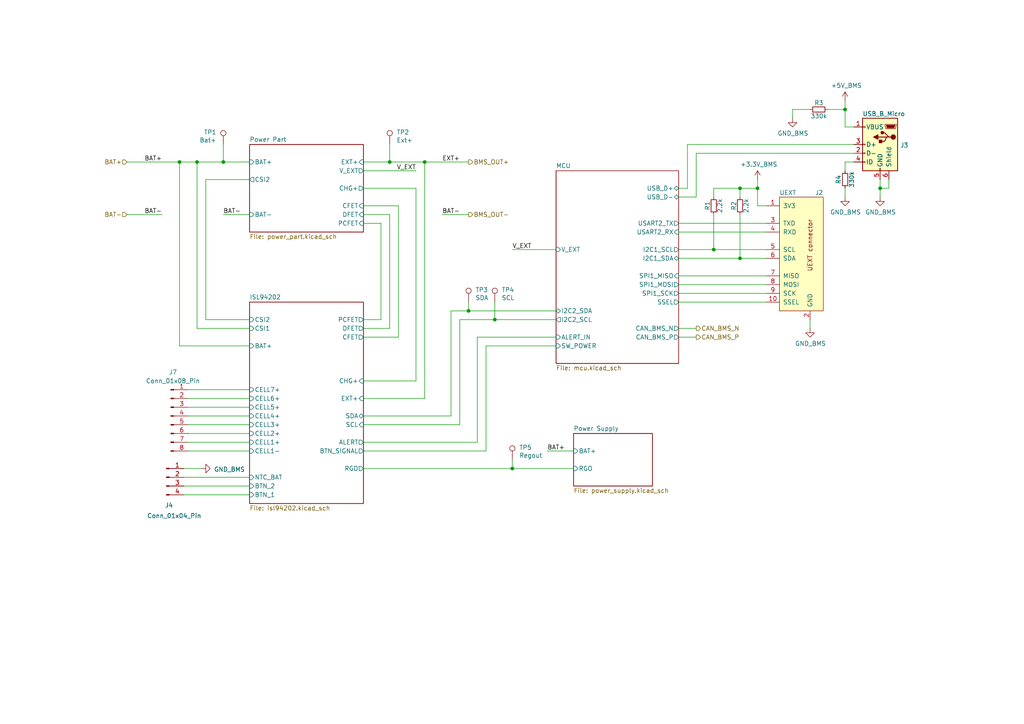
<source format=kicad_sch>
(kicad_sch
	(version 20250114)
	(generator "eeschema")
	(generator_version "9.0")
	(uuid "96ac7913-896a-49d9-94c3-5a47cba4dd9c")
	(paper "A4")
	(lib_symbols
		(symbol "Connector:Conn_01x04_Pin"
			(pin_names
				(offset 1.016)
				(hide yes)
			)
			(exclude_from_sim no)
			(in_bom yes)
			(on_board yes)
			(property "Reference" "J"
				(at 0 5.08 0)
				(effects
					(font
						(size 1.27 1.27)
					)
				)
			)
			(property "Value" "Conn_01x04_Pin"
				(at 0 -7.62 0)
				(effects
					(font
						(size 1.27 1.27)
					)
				)
			)
			(property "Footprint" ""
				(at 0 0 0)
				(effects
					(font
						(size 1.27 1.27)
					)
					(hide yes)
				)
			)
			(property "Datasheet" "~"
				(at 0 0 0)
				(effects
					(font
						(size 1.27 1.27)
					)
					(hide yes)
				)
			)
			(property "Description" "Generic connector, single row, 01x04, script generated"
				(at 0 0 0)
				(effects
					(font
						(size 1.27 1.27)
					)
					(hide yes)
				)
			)
			(property "ki_locked" ""
				(at 0 0 0)
				(effects
					(font
						(size 1.27 1.27)
					)
				)
			)
			(property "ki_keywords" "connector"
				(at 0 0 0)
				(effects
					(font
						(size 1.27 1.27)
					)
					(hide yes)
				)
			)
			(property "ki_fp_filters" "Connector*:*_1x??_*"
				(at 0 0 0)
				(effects
					(font
						(size 1.27 1.27)
					)
					(hide yes)
				)
			)
			(symbol "Conn_01x04_Pin_1_1"
				(rectangle
					(start 0.8636 2.667)
					(end 0 2.413)
					(stroke
						(width 0.1524)
						(type default)
					)
					(fill
						(type outline)
					)
				)
				(rectangle
					(start 0.8636 0.127)
					(end 0 -0.127)
					(stroke
						(width 0.1524)
						(type default)
					)
					(fill
						(type outline)
					)
				)
				(rectangle
					(start 0.8636 -2.413)
					(end 0 -2.667)
					(stroke
						(width 0.1524)
						(type default)
					)
					(fill
						(type outline)
					)
				)
				(rectangle
					(start 0.8636 -4.953)
					(end 0 -5.207)
					(stroke
						(width 0.1524)
						(type default)
					)
					(fill
						(type outline)
					)
				)
				(polyline
					(pts
						(xy 1.27 2.54) (xy 0.8636 2.54)
					)
					(stroke
						(width 0.1524)
						(type default)
					)
					(fill
						(type none)
					)
				)
				(polyline
					(pts
						(xy 1.27 0) (xy 0.8636 0)
					)
					(stroke
						(width 0.1524)
						(type default)
					)
					(fill
						(type none)
					)
				)
				(polyline
					(pts
						(xy 1.27 -2.54) (xy 0.8636 -2.54)
					)
					(stroke
						(width 0.1524)
						(type default)
					)
					(fill
						(type none)
					)
				)
				(polyline
					(pts
						(xy 1.27 -5.08) (xy 0.8636 -5.08)
					)
					(stroke
						(width 0.1524)
						(type default)
					)
					(fill
						(type none)
					)
				)
				(pin passive line
					(at 5.08 2.54 180)
					(length 3.81)
					(name "Pin_1"
						(effects
							(font
								(size 1.27 1.27)
							)
						)
					)
					(number "1"
						(effects
							(font
								(size 1.27 1.27)
							)
						)
					)
				)
				(pin passive line
					(at 5.08 0 180)
					(length 3.81)
					(name "Pin_2"
						(effects
							(font
								(size 1.27 1.27)
							)
						)
					)
					(number "2"
						(effects
							(font
								(size 1.27 1.27)
							)
						)
					)
				)
				(pin passive line
					(at 5.08 -2.54 180)
					(length 3.81)
					(name "Pin_3"
						(effects
							(font
								(size 1.27 1.27)
							)
						)
					)
					(number "3"
						(effects
							(font
								(size 1.27 1.27)
							)
						)
					)
				)
				(pin passive line
					(at 5.08 -5.08 180)
					(length 3.81)
					(name "Pin_4"
						(effects
							(font
								(size 1.27 1.27)
							)
						)
					)
					(number "4"
						(effects
							(font
								(size 1.27 1.27)
							)
						)
					)
				)
			)
			(embedded_fonts no)
		)
		(symbol "Connector:Conn_01x08_Pin"
			(pin_names
				(offset 1.016)
				(hide yes)
			)
			(exclude_from_sim no)
			(in_bom yes)
			(on_board yes)
			(property "Reference" "J"
				(at 0 10.16 0)
				(effects
					(font
						(size 1.27 1.27)
					)
				)
			)
			(property "Value" "Conn_01x08_Pin"
				(at 0 -12.7 0)
				(effects
					(font
						(size 1.27 1.27)
					)
				)
			)
			(property "Footprint" ""
				(at 0 0 0)
				(effects
					(font
						(size 1.27 1.27)
					)
					(hide yes)
				)
			)
			(property "Datasheet" "~"
				(at 0 0 0)
				(effects
					(font
						(size 1.27 1.27)
					)
					(hide yes)
				)
			)
			(property "Description" "Generic connector, single row, 01x08, script generated"
				(at 0 0 0)
				(effects
					(font
						(size 1.27 1.27)
					)
					(hide yes)
				)
			)
			(property "ki_locked" ""
				(at 0 0 0)
				(effects
					(font
						(size 1.27 1.27)
					)
				)
			)
			(property "ki_keywords" "connector"
				(at 0 0 0)
				(effects
					(font
						(size 1.27 1.27)
					)
					(hide yes)
				)
			)
			(property "ki_fp_filters" "Connector*:*_1x??_*"
				(at 0 0 0)
				(effects
					(font
						(size 1.27 1.27)
					)
					(hide yes)
				)
			)
			(symbol "Conn_01x08_Pin_1_1"
				(rectangle
					(start 0.8636 7.747)
					(end 0 7.493)
					(stroke
						(width 0.1524)
						(type default)
					)
					(fill
						(type outline)
					)
				)
				(rectangle
					(start 0.8636 5.207)
					(end 0 4.953)
					(stroke
						(width 0.1524)
						(type default)
					)
					(fill
						(type outline)
					)
				)
				(rectangle
					(start 0.8636 2.667)
					(end 0 2.413)
					(stroke
						(width 0.1524)
						(type default)
					)
					(fill
						(type outline)
					)
				)
				(rectangle
					(start 0.8636 0.127)
					(end 0 -0.127)
					(stroke
						(width 0.1524)
						(type default)
					)
					(fill
						(type outline)
					)
				)
				(rectangle
					(start 0.8636 -2.413)
					(end 0 -2.667)
					(stroke
						(width 0.1524)
						(type default)
					)
					(fill
						(type outline)
					)
				)
				(rectangle
					(start 0.8636 -4.953)
					(end 0 -5.207)
					(stroke
						(width 0.1524)
						(type default)
					)
					(fill
						(type outline)
					)
				)
				(rectangle
					(start 0.8636 -7.493)
					(end 0 -7.747)
					(stroke
						(width 0.1524)
						(type default)
					)
					(fill
						(type outline)
					)
				)
				(rectangle
					(start 0.8636 -10.033)
					(end 0 -10.287)
					(stroke
						(width 0.1524)
						(type default)
					)
					(fill
						(type outline)
					)
				)
				(polyline
					(pts
						(xy 1.27 7.62) (xy 0.8636 7.62)
					)
					(stroke
						(width 0.1524)
						(type default)
					)
					(fill
						(type none)
					)
				)
				(polyline
					(pts
						(xy 1.27 5.08) (xy 0.8636 5.08)
					)
					(stroke
						(width 0.1524)
						(type default)
					)
					(fill
						(type none)
					)
				)
				(polyline
					(pts
						(xy 1.27 2.54) (xy 0.8636 2.54)
					)
					(stroke
						(width 0.1524)
						(type default)
					)
					(fill
						(type none)
					)
				)
				(polyline
					(pts
						(xy 1.27 0) (xy 0.8636 0)
					)
					(stroke
						(width 0.1524)
						(type default)
					)
					(fill
						(type none)
					)
				)
				(polyline
					(pts
						(xy 1.27 -2.54) (xy 0.8636 -2.54)
					)
					(stroke
						(width 0.1524)
						(type default)
					)
					(fill
						(type none)
					)
				)
				(polyline
					(pts
						(xy 1.27 -5.08) (xy 0.8636 -5.08)
					)
					(stroke
						(width 0.1524)
						(type default)
					)
					(fill
						(type none)
					)
				)
				(polyline
					(pts
						(xy 1.27 -7.62) (xy 0.8636 -7.62)
					)
					(stroke
						(width 0.1524)
						(type default)
					)
					(fill
						(type none)
					)
				)
				(polyline
					(pts
						(xy 1.27 -10.16) (xy 0.8636 -10.16)
					)
					(stroke
						(width 0.1524)
						(type default)
					)
					(fill
						(type none)
					)
				)
				(pin passive line
					(at 5.08 7.62 180)
					(length 3.81)
					(name "Pin_1"
						(effects
							(font
								(size 1.27 1.27)
							)
						)
					)
					(number "1"
						(effects
							(font
								(size 1.27 1.27)
							)
						)
					)
				)
				(pin passive line
					(at 5.08 5.08 180)
					(length 3.81)
					(name "Pin_2"
						(effects
							(font
								(size 1.27 1.27)
							)
						)
					)
					(number "2"
						(effects
							(font
								(size 1.27 1.27)
							)
						)
					)
				)
				(pin passive line
					(at 5.08 2.54 180)
					(length 3.81)
					(name "Pin_3"
						(effects
							(font
								(size 1.27 1.27)
							)
						)
					)
					(number "3"
						(effects
							(font
								(size 1.27 1.27)
							)
						)
					)
				)
				(pin passive line
					(at 5.08 0 180)
					(length 3.81)
					(name "Pin_4"
						(effects
							(font
								(size 1.27 1.27)
							)
						)
					)
					(number "4"
						(effects
							(font
								(size 1.27 1.27)
							)
						)
					)
				)
				(pin passive line
					(at 5.08 -2.54 180)
					(length 3.81)
					(name "Pin_5"
						(effects
							(font
								(size 1.27 1.27)
							)
						)
					)
					(number "5"
						(effects
							(font
								(size 1.27 1.27)
							)
						)
					)
				)
				(pin passive line
					(at 5.08 -5.08 180)
					(length 3.81)
					(name "Pin_6"
						(effects
							(font
								(size 1.27 1.27)
							)
						)
					)
					(number "6"
						(effects
							(font
								(size 1.27 1.27)
							)
						)
					)
				)
				(pin passive line
					(at 5.08 -7.62 180)
					(length 3.81)
					(name "Pin_7"
						(effects
							(font
								(size 1.27 1.27)
							)
						)
					)
					(number "7"
						(effects
							(font
								(size 1.27 1.27)
							)
						)
					)
				)
				(pin passive line
					(at 5.08 -10.16 180)
					(length 3.81)
					(name "Pin_8"
						(effects
							(font
								(size 1.27 1.27)
							)
						)
					)
					(number "8"
						(effects
							(font
								(size 1.27 1.27)
							)
						)
					)
				)
			)
			(embedded_fonts no)
		)
		(symbol "Connector:TestPoint"
			(pin_numbers
				(hide yes)
			)
			(pin_names
				(offset 0.762)
				(hide yes)
			)
			(exclude_from_sim no)
			(in_bom yes)
			(on_board yes)
			(property "Reference" "TP"
				(at 0 6.858 0)
				(effects
					(font
						(size 1.27 1.27)
					)
				)
			)
			(property "Value" "TestPoint"
				(at 0 5.08 0)
				(effects
					(font
						(size 1.27 1.27)
					)
				)
			)
			(property "Footprint" ""
				(at 5.08 0 0)
				(effects
					(font
						(size 1.27 1.27)
					)
					(hide yes)
				)
			)
			(property "Datasheet" "~"
				(at 5.08 0 0)
				(effects
					(font
						(size 1.27 1.27)
					)
					(hide yes)
				)
			)
			(property "Description" "test point"
				(at 0 0 0)
				(effects
					(font
						(size 1.27 1.27)
					)
					(hide yes)
				)
			)
			(property "ki_keywords" "test point tp"
				(at 0 0 0)
				(effects
					(font
						(size 1.27 1.27)
					)
					(hide yes)
				)
			)
			(property "ki_fp_filters" "Pin* Test*"
				(at 0 0 0)
				(effects
					(font
						(size 1.27 1.27)
					)
					(hide yes)
				)
			)
			(symbol "TestPoint_0_1"
				(circle
					(center 0 3.302)
					(radius 0.762)
					(stroke
						(width 0)
						(type default)
					)
					(fill
						(type none)
					)
				)
			)
			(symbol "TestPoint_1_1"
				(pin passive line
					(at 0 0 90)
					(length 2.54)
					(name "1"
						(effects
							(font
								(size 1.27 1.27)
							)
						)
					)
					(number "1"
						(effects
							(font
								(size 1.27 1.27)
							)
						)
					)
				)
			)
			(embedded_fonts no)
		)
		(symbol "Project:R"
			(pin_numbers
				(hide yes)
			)
			(pin_names
				(offset 0.254)
				(hide yes)
			)
			(exclude_from_sim no)
			(in_bom yes)
			(on_board yes)
			(property "Reference" "R"
				(at -1.905 0 90)
				(effects
					(font
						(size 1.27 1.27)
					)
				)
			)
			(property "Value" "R"
				(at 1.905 0 90)
				(effects
					(font
						(size 1.27 1.27)
					)
				)
			)
			(property "Footprint" ""
				(at -4.445 -2.54 90)
				(effects
					(font
						(size 1.27 1.27)
					)
					(hide yes)
				)
			)
			(property "Datasheet" ""
				(at 0 0 0)
				(effects
					(font
						(size 1.27 1.27)
					)
				)
			)
			(property "Description" "Resistor"
				(at 0 0 0)
				(effects
					(font
						(size 1.27 1.27)
					)
					(hide yes)
				)
			)
			(property "ki_fp_filters" "Resistor_* R_*"
				(at 0 0 0)
				(effects
					(font
						(size 1.27 1.27)
					)
					(hide yes)
				)
			)
			(symbol "R_0_1"
				(rectangle
					(start -0.762 1.778)
					(end 0.762 -1.778)
					(stroke
						(width 0.2032)
						(type solid)
					)
					(fill
						(type none)
					)
				)
			)
			(symbol "R_1_1"
				(pin passive line
					(at 0 2.54 270)
					(length 0.762)
					(name "~"
						(effects
							(font
								(size 1.016 1.016)
							)
						)
					)
					(number "1"
						(effects
							(font
								(size 1.016 1.016)
							)
						)
					)
				)
				(pin passive line
					(at 0 -2.54 90)
					(length 0.762)
					(name "~"
						(effects
							(font
								(size 1.016 1.016)
							)
						)
					)
					(number "2"
						(effects
							(font
								(size 1.016 1.016)
							)
						)
					)
				)
			)
			(embedded_fonts no)
		)
		(symbol "bms-8s50-ic-rescue:+3.3V-power"
			(power)
			(pin_names
				(offset 0)
			)
			(exclude_from_sim no)
			(in_bom yes)
			(on_board yes)
			(property "Reference" "#PWR"
				(at 0 -3.81 0)
				(effects
					(font
						(size 1.27 1.27)
					)
					(hide yes)
				)
			)
			(property "Value" "power_+3.3V"
				(at 0 3.556 0)
				(effects
					(font
						(size 1.27 1.27)
					)
				)
			)
			(property "Footprint" ""
				(at 0 0 0)
				(effects
					(font
						(size 1.27 1.27)
					)
					(hide yes)
				)
			)
			(property "Datasheet" ""
				(at 0 0 0)
				(effects
					(font
						(size 1.27 1.27)
					)
					(hide yes)
				)
			)
			(property "Description" ""
				(at 0 0 0)
				(effects
					(font
						(size 1.27 1.27)
					)
					(hide yes)
				)
			)
			(symbol "+3.3V-power_0_1"
				(polyline
					(pts
						(xy -0.762 1.27) (xy 0 2.54)
					)
					(stroke
						(width 0)
						(type solid)
					)
					(fill
						(type none)
					)
				)
				(polyline
					(pts
						(xy 0 2.54) (xy 0.762 1.27)
					)
					(stroke
						(width 0)
						(type solid)
					)
					(fill
						(type none)
					)
				)
				(polyline
					(pts
						(xy 0 0) (xy 0 2.54)
					)
					(stroke
						(width 0)
						(type solid)
					)
					(fill
						(type none)
					)
				)
			)
			(symbol "+3.3V-power_1_1"
				(pin power_in line
					(at 0 0 90)
					(length 0)
					(hide yes)
					(name "+3V3"
						(effects
							(font
								(size 1.27 1.27)
							)
						)
					)
					(number "1"
						(effects
							(font
								(size 1.27 1.27)
							)
						)
					)
				)
			)
			(embedded_fonts no)
		)
		(symbol "bms-8s50-ic-rescue:+5V-power"
			(power)
			(pin_names
				(offset 0)
			)
			(exclude_from_sim no)
			(in_bom yes)
			(on_board yes)
			(property "Reference" "#PWR"
				(at 0 -3.81 0)
				(effects
					(font
						(size 1.27 1.27)
					)
					(hide yes)
				)
			)
			(property "Value" "power_+5V"
				(at 0 3.556 0)
				(effects
					(font
						(size 1.27 1.27)
					)
				)
			)
			(property "Footprint" ""
				(at 0 0 0)
				(effects
					(font
						(size 1.27 1.27)
					)
					(hide yes)
				)
			)
			(property "Datasheet" ""
				(at 0 0 0)
				(effects
					(font
						(size 1.27 1.27)
					)
					(hide yes)
				)
			)
			(property "Description" ""
				(at 0 0 0)
				(effects
					(font
						(size 1.27 1.27)
					)
					(hide yes)
				)
			)
			(symbol "+5V-power_0_1"
				(polyline
					(pts
						(xy -0.762 1.27) (xy 0 2.54)
					)
					(stroke
						(width 0)
						(type solid)
					)
					(fill
						(type none)
					)
				)
				(polyline
					(pts
						(xy 0 2.54) (xy 0.762 1.27)
					)
					(stroke
						(width 0)
						(type solid)
					)
					(fill
						(type none)
					)
				)
				(polyline
					(pts
						(xy 0 0) (xy 0 2.54)
					)
					(stroke
						(width 0)
						(type solid)
					)
					(fill
						(type none)
					)
				)
			)
			(symbol "+5V-power_1_1"
				(pin power_in line
					(at 0 0 90)
					(length 0)
					(hide yes)
					(name "+5V"
						(effects
							(font
								(size 1.27 1.27)
							)
						)
					)
					(number "1"
						(effects
							(font
								(size 1.27 1.27)
							)
						)
					)
				)
			)
			(embedded_fonts no)
		)
		(symbol "bms-8s50-ic-rescue:GND-power"
			(power)
			(pin_names
				(offset 0)
			)
			(exclude_from_sim no)
			(in_bom yes)
			(on_board yes)
			(property "Reference" "#PWR"
				(at 0 -6.35 0)
				(effects
					(font
						(size 1.27 1.27)
					)
					(hide yes)
				)
			)
			(property "Value" "power_GND"
				(at 0 -3.81 0)
				(effects
					(font
						(size 1.27 1.27)
					)
				)
			)
			(property "Footprint" ""
				(at 0 0 0)
				(effects
					(font
						(size 1.27 1.27)
					)
					(hide yes)
				)
			)
			(property "Datasheet" ""
				(at 0 0 0)
				(effects
					(font
						(size 1.27 1.27)
					)
					(hide yes)
				)
			)
			(property "Description" ""
				(at 0 0 0)
				(effects
					(font
						(size 1.27 1.27)
					)
					(hide yes)
				)
			)
			(symbol "GND-power_0_1"
				(polyline
					(pts
						(xy 0 0) (xy 0 -1.27) (xy 1.27 -1.27) (xy 0 -2.54) (xy -1.27 -1.27) (xy 0 -1.27)
					)
					(stroke
						(width 0)
						(type solid)
					)
					(fill
						(type none)
					)
				)
			)
			(symbol "GND-power_1_1"
				(pin power_in line
					(at 0 0 270)
					(length 0)
					(hide yes)
					(name "GND"
						(effects
							(font
								(size 1.27 1.27)
							)
						)
					)
					(number "1"
						(effects
							(font
								(size 1.27 1.27)
							)
						)
					)
				)
			)
			(embedded_fonts no)
		)
		(symbol "bms-8s50-ic-rescue:UEXT-LibreSolar"
			(pin_names
				(offset 1.016)
			)
			(exclude_from_sim no)
			(in_bom yes)
			(on_board yes)
			(property "Reference" "J"
				(at -6.35 19.05 0)
				(effects
					(font
						(size 1.27 1.27)
					)
					(justify left)
				)
			)
			(property "Value" "LibreSolar_UEXT"
				(at 6.35 19.05 0)
				(effects
					(font
						(size 1.27 1.27)
					)
					(justify right)
				)
			)
			(property "Footprint" "LibreSolar:Box_Header_2x05x2.54mm_Straight"
				(at 0 -24.13 0)
				(effects
					(font
						(size 1.27 1.27)
						(italic yes)
					)
					(hide yes)
				)
			)
			(property "Datasheet" ""
				(at 0 -2.54 0)
				(effects
					(font
						(size 1.524 1.524)
					)
				)
			)
			(property "Description" ""
				(at 0 0 0)
				(effects
					(font
						(size 1.27 1.27)
					)
					(hide yes)
				)
			)
			(symbol "UEXT-LibreSolar_0_0"
				(text "UEXT connector"
					(at -2.54 3.81 900)
					(effects
						(font
							(size 1.27 1.27)
						)
					)
				)
				(pin passive line
					(at 10.16 7.62 180)
					(length 3.81)
					(name "RXD"
						(effects
							(font
								(size 1.27 1.27)
							)
						)
					)
					(number "4"
						(effects
							(font
								(size 1.27 1.27)
							)
						)
					)
				)
			)
			(symbol "UEXT-LibreSolar_0_1"
				(rectangle
					(start -6.35 17.78)
					(end 6.35 -15.24)
					(stroke
						(width 0)
						(type solid)
					)
					(fill
						(type background)
					)
				)
			)
			(symbol "UEXT-LibreSolar_1_1"
				(pin passive line
					(at -2.54 -17.78 90)
					(length 2.54)
					(name "GND"
						(effects
							(font
								(size 1.27 1.27)
							)
						)
					)
					(number "2"
						(effects
							(font
								(size 1.27 1.27)
							)
						)
					)
				)
				(pin passive line
					(at 10.16 15.24 180)
					(length 3.81)
					(name "3V3"
						(effects
							(font
								(size 1.27 1.27)
							)
						)
					)
					(number "1"
						(effects
							(font
								(size 1.27 1.27)
							)
						)
					)
				)
				(pin passive line
					(at 10.16 10.16 180)
					(length 3.81)
					(name "TXD"
						(effects
							(font
								(size 1.27 1.27)
							)
						)
					)
					(number "3"
						(effects
							(font
								(size 1.27 1.27)
							)
						)
					)
				)
				(pin passive line
					(at 10.16 2.54 180)
					(length 3.81)
					(name "SCL"
						(effects
							(font
								(size 1.27 1.27)
							)
						)
					)
					(number "5"
						(effects
							(font
								(size 1.27 1.27)
							)
						)
					)
				)
				(pin passive line
					(at 10.16 0 180)
					(length 3.81)
					(name "SDA"
						(effects
							(font
								(size 1.27 1.27)
							)
						)
					)
					(number "6"
						(effects
							(font
								(size 1.27 1.27)
							)
						)
					)
				)
				(pin passive line
					(at 10.16 -5.08 180)
					(length 3.81)
					(name "MISO"
						(effects
							(font
								(size 1.27 1.27)
							)
						)
					)
					(number "7"
						(effects
							(font
								(size 1.27 1.27)
							)
						)
					)
				)
				(pin passive line
					(at 10.16 -7.62 180)
					(length 3.81)
					(name "MOSI"
						(effects
							(font
								(size 1.27 1.27)
							)
						)
					)
					(number "8"
						(effects
							(font
								(size 1.27 1.27)
							)
						)
					)
				)
				(pin passive line
					(at 10.16 -10.16 180)
					(length 3.81)
					(name "SCK"
						(effects
							(font
								(size 1.27 1.27)
							)
						)
					)
					(number "9"
						(effects
							(font
								(size 1.27 1.27)
							)
						)
					)
				)
				(pin passive line
					(at 10.16 -12.7 180)
					(length 3.81)
					(name "SSEL"
						(effects
							(font
								(size 1.27 1.27)
							)
						)
					)
					(number "10"
						(effects
							(font
								(size 1.27 1.27)
							)
						)
					)
				)
			)
			(embedded_fonts no)
		)
		(symbol "bms-8s50-ic-rescue:USB_B_Micro-Connector"
			(pin_names
				(offset 1.016)
			)
			(exclude_from_sim no)
			(in_bom yes)
			(on_board yes)
			(property "Reference" "J"
				(at -5.08 11.43 0)
				(effects
					(font
						(size 1.27 1.27)
					)
					(justify left)
				)
			)
			(property "Value" "Connector_USB_B_Micro"
				(at -5.08 8.89 0)
				(effects
					(font
						(size 1.27 1.27)
					)
					(justify left)
				)
			)
			(property "Footprint" ""
				(at 3.81 -1.27 0)
				(effects
					(font
						(size 1.27 1.27)
					)
					(hide yes)
				)
			)
			(property "Datasheet" ""
				(at 3.81 -1.27 0)
				(effects
					(font
						(size 1.27 1.27)
					)
					(hide yes)
				)
			)
			(property "Description" ""
				(at 0 0 0)
				(effects
					(font
						(size 1.27 1.27)
					)
					(hide yes)
				)
			)
			(property "ki_fp_filters" "USB*"
				(at 0 0 0)
				(effects
					(font
						(size 1.27 1.27)
					)
					(hide yes)
				)
			)
			(symbol "USB_B_Micro-Connector_0_1"
				(rectangle
					(start -5.08 -7.62)
					(end 5.08 7.62)
					(stroke
						(width 0.254)
						(type solid)
					)
					(fill
						(type background)
					)
				)
				(polyline
					(pts
						(xy -4.699 5.842) (xy -4.699 5.588) (xy -4.445 4.826) (xy -4.445 4.572) (xy -1.651 4.572) (xy -1.651 4.826)
						(xy -1.397 5.588) (xy -1.397 5.842) (xy -4.699 5.842)
					)
					(stroke
						(width 0)
						(type solid)
					)
					(fill
						(type none)
					)
				)
				(polyline
					(pts
						(xy -4.318 5.588) (xy -1.778 5.588) (xy -2.032 4.826) (xy -4.064 4.826) (xy -4.318 5.588)
					)
					(stroke
						(width 0)
						(type solid)
					)
					(fill
						(type outline)
					)
				)
				(circle
					(center -3.81 2.159)
					(radius 0.635)
					(stroke
						(width 0.254)
						(type solid)
					)
					(fill
						(type outline)
					)
				)
				(polyline
					(pts
						(xy -3.175 2.159) (xy -2.54 2.159) (xy -1.27 3.429) (xy -0.635 3.429)
					)
					(stroke
						(width 0.254)
						(type solid)
					)
					(fill
						(type none)
					)
				)
				(polyline
					(pts
						(xy -2.54 2.159) (xy -1.905 2.159) (xy -1.27 0.889) (xy 0 0.889)
					)
					(stroke
						(width 0.254)
						(type solid)
					)
					(fill
						(type none)
					)
				)
				(polyline
					(pts
						(xy -1.905 2.159) (xy 0.635 2.159)
					)
					(stroke
						(width 0.254)
						(type solid)
					)
					(fill
						(type none)
					)
				)
				(circle
					(center -0.635 3.429)
					(radius 0.381)
					(stroke
						(width 0.254)
						(type solid)
					)
					(fill
						(type outline)
					)
				)
				(rectangle
					(start -0.127 -7.62)
					(end 0.127 -6.858)
					(stroke
						(width 0)
						(type solid)
					)
					(fill
						(type none)
					)
				)
				(rectangle
					(start 0.254 1.27)
					(end -0.508 0.508)
					(stroke
						(width 0.254)
						(type solid)
					)
					(fill
						(type outline)
					)
				)
				(polyline
					(pts
						(xy 0.635 2.794) (xy 0.635 1.524) (xy 1.905 2.159) (xy 0.635 2.794)
					)
					(stroke
						(width 0.254)
						(type solid)
					)
					(fill
						(type outline)
					)
				)
				(rectangle
					(start 5.08 4.953)
					(end 4.318 5.207)
					(stroke
						(width 0)
						(type solid)
					)
					(fill
						(type none)
					)
				)
				(rectangle
					(start 5.08 -0.127)
					(end 4.318 0.127)
					(stroke
						(width 0)
						(type solid)
					)
					(fill
						(type none)
					)
				)
				(rectangle
					(start 5.08 -2.667)
					(end 4.318 -2.413)
					(stroke
						(width 0)
						(type solid)
					)
					(fill
						(type none)
					)
				)
				(rectangle
					(start 5.08 -5.207)
					(end 4.318 -4.953)
					(stroke
						(width 0)
						(type solid)
					)
					(fill
						(type none)
					)
				)
			)
			(symbol "USB_B_Micro-Connector_1_1"
				(pin passive line
					(at -2.54 -10.16 90)
					(length 2.54)
					(name "Shield"
						(effects
							(font
								(size 1.27 1.27)
							)
						)
					)
					(number "6"
						(effects
							(font
								(size 1.27 1.27)
							)
						)
					)
				)
				(pin power_out line
					(at 0 -10.16 90)
					(length 2.54)
					(name "GND"
						(effects
							(font
								(size 1.27 1.27)
							)
						)
					)
					(number "5"
						(effects
							(font
								(size 1.27 1.27)
							)
						)
					)
				)
				(pin power_out line
					(at 7.62 5.08 180)
					(length 2.54)
					(name "VBUS"
						(effects
							(font
								(size 1.27 1.27)
							)
						)
					)
					(number "1"
						(effects
							(font
								(size 1.27 1.27)
							)
						)
					)
				)
				(pin passive line
					(at 7.62 0 180)
					(length 2.54)
					(name "D+"
						(effects
							(font
								(size 1.27 1.27)
							)
						)
					)
					(number "3"
						(effects
							(font
								(size 1.27 1.27)
							)
						)
					)
				)
				(pin passive line
					(at 7.62 -2.54 180)
					(length 2.54)
					(name "D-"
						(effects
							(font
								(size 1.27 1.27)
							)
						)
					)
					(number "2"
						(effects
							(font
								(size 1.27 1.27)
							)
						)
					)
				)
				(pin passive line
					(at 7.62 -5.08 180)
					(length 2.54)
					(name "ID"
						(effects
							(font
								(size 1.27 1.27)
							)
						)
					)
					(number "4"
						(effects
							(font
								(size 1.27 1.27)
							)
						)
					)
				)
			)
			(embedded_fonts no)
		)
	)
	(junction
		(at 123.19 46.99)
		(diameter 0)
		(color 0 0 0 0)
		(uuid "0497eb8f-6284-4283-a641-1628313ff03d")
	)
	(junction
		(at 207.01 72.39)
		(diameter 0)
		(color 0 0 0 0)
		(uuid "09e3399a-b23c-4e50-b746-60e3d99b7aa6")
	)
	(junction
		(at 135.89 90.17)
		(diameter 0)
		(color 0 0 0 0)
		(uuid "21590411-fa3a-4893-9325-d3dbc04ed0cf")
	)
	(junction
		(at 57.15 46.99)
		(diameter 0)
		(color 0 0 0 0)
		(uuid "30e3e252-3d91-43f7-9a75-9d31e6dfe820")
	)
	(junction
		(at 148.59 135.89)
		(diameter 0)
		(color 0 0 0 0)
		(uuid "55b767e0-a212-440b-8384-dd9532a8d6eb")
	)
	(junction
		(at 214.63 74.93)
		(diameter 0)
		(color 0 0 0 0)
		(uuid "70e0409e-75ae-4ca8-b58b-fc7d51baaa47")
	)
	(junction
		(at 64.77 46.99)
		(diameter 0)
		(color 0 0 0 0)
		(uuid "82088a48-098a-4034-a336-37bb723f2e77")
	)
	(junction
		(at 214.63 54.61)
		(diameter 0)
		(color 0 0 0 0)
		(uuid "84d8d36b-d747-479f-b06c-46b318386544")
	)
	(junction
		(at 143.51 92.71)
		(diameter 0)
		(color 0 0 0 0)
		(uuid "853a950e-be2b-475a-a812-e3c7def69fcd")
	)
	(junction
		(at 245.11 31.75)
		(diameter 0)
		(color 0 0 0 0)
		(uuid "8736b66c-fc76-46cd-a9a5-f2bd238366da")
	)
	(junction
		(at 255.27 54.61)
		(diameter 0)
		(color 0 0 0 0)
		(uuid "94be7401-c0ee-411c-a0b6-08b10c0d9e5d")
	)
	(junction
		(at 113.03 46.99)
		(diameter 0)
		(color 0 0 0 0)
		(uuid "b100148e-7275-4522-8323-8a0ed3af0855")
	)
	(junction
		(at 52.07 46.99)
		(diameter 0)
		(color 0 0 0 0)
		(uuid "be3f0957-39fe-49ce-baf0-98eeb48f04aa")
	)
	(junction
		(at 219.71 54.61)
		(diameter 0)
		(color 0 0 0 0)
		(uuid "cb5b6ce3-7f94-4f20-9729-5e28160a2885")
	)
	(wire
		(pts
			(xy 229.87 31.75) (xy 229.87 34.29)
		)
		(stroke
			(width 0)
			(type default)
		)
		(uuid "006958e9-c217-4e6c-9476-91668f80b0a2")
	)
	(wire
		(pts
			(xy 245.11 36.83) (xy 245.11 31.75)
		)
		(stroke
			(width 0)
			(type default)
		)
		(uuid "023b84f1-2f0c-4a6a-8f89-b9a99193a50f")
	)
	(wire
		(pts
			(xy 222.25 64.77) (xy 196.85 64.77)
		)
		(stroke
			(width 0)
			(type default)
		)
		(uuid "02c4c6cd-1d94-41fb-94ea-0bb3b81e8bf5")
	)
	(wire
		(pts
			(xy 64.77 62.23) (xy 72.39 62.23)
		)
		(stroke
			(width 0)
			(type default)
		)
		(uuid "060d300f-f6fa-4750-a46b-911b82dfb522")
	)
	(wire
		(pts
			(xy 245.11 31.75) (xy 240.03 31.75)
		)
		(stroke
			(width 0)
			(type default)
		)
		(uuid "076cc0ee-d601-4059-ae1a-cd382c06a5c8")
	)
	(wire
		(pts
			(xy 148.59 133.35) (xy 148.59 135.89)
		)
		(stroke
			(width 0)
			(type default)
		)
		(uuid "0a702c27-f7d4-4ad2-b58f-52dc3c881587")
	)
	(wire
		(pts
			(xy 54.61 125.73) (xy 72.39 125.73)
		)
		(stroke
			(width 0)
			(type default)
		)
		(uuid "0a9f0419-273a-49f4-bc37-5ef2eba8e831")
	)
	(wire
		(pts
			(xy 207.01 62.23) (xy 207.01 72.39)
		)
		(stroke
			(width 0)
			(type default)
		)
		(uuid "0bd7e857-3586-4e1f-955f-17da9d16b672")
	)
	(wire
		(pts
			(xy 143.51 92.71) (xy 161.29 92.71)
		)
		(stroke
			(width 0)
			(type default)
		)
		(uuid "0e72d6e9-e9dd-47dd-bff6-4fbf9621eeb5")
	)
	(wire
		(pts
			(xy 123.19 46.99) (xy 123.19 115.57)
		)
		(stroke
			(width 0)
			(type default)
		)
		(uuid "0f508430-8ef7-4b27-90bc-7435ea814064")
	)
	(wire
		(pts
			(xy 199.39 41.91) (xy 247.65 41.91)
		)
		(stroke
			(width 0)
			(type default)
		)
		(uuid "10775dc6-2eca-44ad-9ff7-73be547d5fea")
	)
	(wire
		(pts
			(xy 219.71 59.69) (xy 219.71 54.61)
		)
		(stroke
			(width 0)
			(type default)
		)
		(uuid "117cceb4-a41a-4f04-965d-3bf0c3befcfa")
	)
	(wire
		(pts
			(xy 130.81 120.65) (xy 105.41 120.65)
		)
		(stroke
			(width 0)
			(type default)
		)
		(uuid "1287c863-8f1d-430d-81c6-fdb38ff47a49")
	)
	(wire
		(pts
			(xy 140.97 130.81) (xy 105.41 130.81)
		)
		(stroke
			(width 0)
			(type default)
		)
		(uuid "12e6de47-a744-4b8f-b765-7b06e4c5fdbc")
	)
	(wire
		(pts
			(xy 130.81 90.17) (xy 135.89 90.17)
		)
		(stroke
			(width 0)
			(type default)
		)
		(uuid "130fc157-76bb-46ad-9439-e6414b27c698")
	)
	(wire
		(pts
			(xy 207.01 72.39) (xy 222.25 72.39)
		)
		(stroke
			(width 0)
			(type default)
		)
		(uuid "13994e0f-0447-43c4-92a9-8d54e87f12ee")
	)
	(wire
		(pts
			(xy 214.63 54.61) (xy 214.63 57.15)
		)
		(stroke
			(width 0)
			(type default)
		)
		(uuid "153fccf1-e593-49f1-8655-9a988ca73b11")
	)
	(wire
		(pts
			(xy 161.29 72.39) (xy 148.59 72.39)
		)
		(stroke
			(width 0)
			(type default)
		)
		(uuid "16d52f83-67bd-4c03-9c5c-74c8d6ab48eb")
	)
	(wire
		(pts
			(xy 105.41 135.89) (xy 148.59 135.89)
		)
		(stroke
			(width 0)
			(type default)
		)
		(uuid "175bec7e-e79f-433b-9e39-7b2becab4cfc")
	)
	(wire
		(pts
			(xy 72.39 52.07) (xy 59.69 52.07)
		)
		(stroke
			(width 0)
			(type default)
		)
		(uuid "1864bf87-e5aa-4ecf-a8fe-44a412df6256")
	)
	(wire
		(pts
			(xy 64.77 46.99) (xy 57.15 46.99)
		)
		(stroke
			(width 0)
			(type default)
		)
		(uuid "1eb44b87-16c6-40f8-bfaa-91256fad056b")
	)
	(wire
		(pts
			(xy 52.07 100.33) (xy 52.07 46.99)
		)
		(stroke
			(width 0)
			(type default)
		)
		(uuid "21fd7981-bf9c-4435-8eb0-d8da8c626f94")
	)
	(wire
		(pts
			(xy 214.63 74.93) (xy 222.25 74.93)
		)
		(stroke
			(width 0)
			(type default)
		)
		(uuid "220cedf9-06da-4ac8-bca2-35fb4eb53c97")
	)
	(wire
		(pts
			(xy 105.41 64.77) (xy 110.49 64.77)
		)
		(stroke
			(width 0)
			(type default)
		)
		(uuid "227aa113-da00-488a-9299-f119a3b4bc6d")
	)
	(wire
		(pts
			(xy 161.29 97.79) (xy 138.43 97.79)
		)
		(stroke
			(width 0)
			(type default)
		)
		(uuid "27c2c929-4481-4af3-8d96-d8fb4a412c25")
	)
	(wire
		(pts
			(xy 222.25 87.63) (xy 196.85 87.63)
		)
		(stroke
			(width 0)
			(type default)
		)
		(uuid "2ba2eea7-8396-4047-afa3-ae6f749590c7")
	)
	(wire
		(pts
			(xy 105.41 49.53) (xy 120.65 49.53)
		)
		(stroke
			(width 0)
			(type default)
		)
		(uuid "2cc410e0-802e-422a-8805-f9559629af51")
	)
	(wire
		(pts
			(xy 36.83 62.23) (xy 46.99 62.23)
		)
		(stroke
			(width 0)
			(type default)
		)
		(uuid "33d2ea43-db7e-4c32-bc1b-faa76b1cef34")
	)
	(wire
		(pts
			(xy 199.39 54.61) (xy 199.39 41.91)
		)
		(stroke
			(width 0)
			(type default)
		)
		(uuid "341202e7-04e1-4423-8107-82c443bc2073")
	)
	(wire
		(pts
			(xy 54.61 113.03) (xy 72.39 113.03)
		)
		(stroke
			(width 0)
			(type default)
		)
		(uuid "34991676-36ad-4b41-baff-bb3e64539884")
	)
	(wire
		(pts
			(xy 207.01 54.61) (xy 214.63 54.61)
		)
		(stroke
			(width 0)
			(type default)
		)
		(uuid "36131687-7343-4ac2-898f-4cb53e026517")
	)
	(wire
		(pts
			(xy 196.85 97.79) (xy 201.93 97.79)
		)
		(stroke
			(width 0)
			(type default)
		)
		(uuid "36dd7808-b42e-4d51-bdfb-f275560860d0")
	)
	(wire
		(pts
			(xy 110.49 92.71) (xy 105.41 92.71)
		)
		(stroke
			(width 0)
			(type default)
		)
		(uuid "3833c8e0-2c68-4e13-901e-c03c0d21de36")
	)
	(wire
		(pts
			(xy 255.27 54.61) (xy 255.27 57.15)
		)
		(stroke
			(width 0)
			(type default)
		)
		(uuid "39f5561f-4b29-4b6f-93c0-1b12c8a9b003")
	)
	(wire
		(pts
			(xy 148.59 135.89) (xy 166.37 135.89)
		)
		(stroke
			(width 0)
			(type default)
		)
		(uuid "3a74990b-8815-413e-a0d8-aa1d3744bc4e")
	)
	(wire
		(pts
			(xy 196.85 95.25) (xy 201.93 95.25)
		)
		(stroke
			(width 0)
			(type default)
		)
		(uuid "425a4ed6-b7bf-48c8-b9e4-7c922fc1d472")
	)
	(wire
		(pts
			(xy 120.65 54.61) (xy 120.65 110.49)
		)
		(stroke
			(width 0)
			(type default)
		)
		(uuid "43c9666c-7dbc-4e94-8b38-f09f3b13ed54")
	)
	(wire
		(pts
			(xy 196.85 72.39) (xy 207.01 72.39)
		)
		(stroke
			(width 0)
			(type default)
		)
		(uuid "456312c7-d8bf-43c5-a06f-f339b0e88ece")
	)
	(wire
		(pts
			(xy 234.95 31.75) (xy 229.87 31.75)
		)
		(stroke
			(width 0)
			(type default)
		)
		(uuid "4703a9a6-dc9e-4214-8500-88fafa5c938a")
	)
	(wire
		(pts
			(xy 245.11 46.99) (xy 245.11 49.53)
		)
		(stroke
			(width 0)
			(type default)
		)
		(uuid "479eb0fd-3f24-47eb-885e-27ca97342b2b")
	)
	(wire
		(pts
			(xy 115.57 97.79) (xy 105.41 97.79)
		)
		(stroke
			(width 0)
			(type default)
		)
		(uuid "49a1c660-06b4-415d-9bbc-620d7e2be0ff")
	)
	(wire
		(pts
			(xy 247.65 44.45) (xy 201.93 44.45)
		)
		(stroke
			(width 0)
			(type default)
		)
		(uuid "4fadf3d2-0303-4d81-ad32-9f21478b8925")
	)
	(wire
		(pts
			(xy 247.65 36.83) (xy 245.11 36.83)
		)
		(stroke
			(width 0)
			(type default)
		)
		(uuid "4fc2fb96-3d51-46b6-8e70-51b329cef281")
	)
	(wire
		(pts
			(xy 110.49 64.77) (xy 110.49 92.71)
		)
		(stroke
			(width 0)
			(type default)
		)
		(uuid "4fc9fcdd-784a-4e1b-97b3-a3aebcd35059")
	)
	(wire
		(pts
			(xy 247.65 46.99) (xy 245.11 46.99)
		)
		(stroke
			(width 0)
			(type default)
		)
		(uuid "50e55397-3d2b-442a-b193-2bedc3354fb7")
	)
	(wire
		(pts
			(xy 105.41 59.69) (xy 115.57 59.69)
		)
		(stroke
			(width 0)
			(type default)
		)
		(uuid "5afe1edb-8f80-4650-a26d-d119f7361ac5")
	)
	(wire
		(pts
			(xy 120.65 110.49) (xy 105.41 110.49)
		)
		(stroke
			(width 0)
			(type default)
		)
		(uuid "5efcb7a8-2edf-439a-bd5f-f97bbd38fb87")
	)
	(wire
		(pts
			(xy 72.39 95.25) (xy 57.15 95.25)
		)
		(stroke
			(width 0)
			(type default)
		)
		(uuid "5f215709-7123-4943-9dfa-0b16519dfccb")
	)
	(wire
		(pts
			(xy 133.35 123.19) (xy 133.35 92.71)
		)
		(stroke
			(width 0)
			(type default)
		)
		(uuid "6078f03a-8421-4a5a-9618-a8d4a28ca8d1")
	)
	(wire
		(pts
			(xy 130.81 90.17) (xy 130.81 120.65)
		)
		(stroke
			(width 0)
			(type default)
		)
		(uuid "63069100-b9de-4407-b1ac-2897f8e6bd8f")
	)
	(wire
		(pts
			(xy 140.97 100.33) (xy 140.97 130.81)
		)
		(stroke
			(width 0)
			(type default)
		)
		(uuid "689212c2-95e0-46fc-b5a7-15c43fb53744")
	)
	(wire
		(pts
			(xy 113.03 41.91) (xy 113.03 46.99)
		)
		(stroke
			(width 0)
			(type default)
		)
		(uuid "69f02d53-a479-4f13-8cd9-f546af0d5962")
	)
	(wire
		(pts
			(xy 207.01 57.15) (xy 207.01 54.61)
		)
		(stroke
			(width 0)
			(type default)
		)
		(uuid "6ac821b6-3885-434d-98b5-dc4a4a87f7ac")
	)
	(wire
		(pts
			(xy 255.27 52.07) (xy 255.27 54.61)
		)
		(stroke
			(width 0)
			(type default)
		)
		(uuid "6ac97e3a-be27-4534-a394-21433797a7b0")
	)
	(wire
		(pts
			(xy 201.93 44.45) (xy 201.93 57.15)
		)
		(stroke
			(width 0)
			(type default)
		)
		(uuid "6ffa5a16-c8a2-4897-9324-d41e501d883c")
	)
	(wire
		(pts
			(xy 219.71 54.61) (xy 219.71 52.07)
		)
		(stroke
			(width 0)
			(type default)
		)
		(uuid "75c5e3ab-e1f7-41ad-a683-89ef688cb713")
	)
	(wire
		(pts
			(xy 59.69 52.07) (xy 59.69 92.71)
		)
		(stroke
			(width 0)
			(type default)
		)
		(uuid "83d8eafc-45c1-444e-b1b8-28faa192d0da")
	)
	(wire
		(pts
			(xy 133.35 92.71) (xy 143.51 92.71)
		)
		(stroke
			(width 0)
			(type default)
		)
		(uuid "887cb892-07e4-40b7-8ece-519f100380da")
	)
	(wire
		(pts
			(xy 138.43 97.79) (xy 138.43 128.27)
		)
		(stroke
			(width 0)
			(type default)
		)
		(uuid "8a1aa4c1-2a8b-4f18-9d33-96b1ad55b324")
	)
	(wire
		(pts
			(xy 123.19 46.99) (xy 113.03 46.99)
		)
		(stroke
			(width 0)
			(type default)
		)
		(uuid "8a956ba8-d921-4dc2-b44b-b9e4a44d2997")
	)
	(wire
		(pts
			(xy 219.71 54.61) (xy 214.63 54.61)
		)
		(stroke
			(width 0)
			(type default)
		)
		(uuid "92e67faa-c865-4df5-8ffb-1ed27ef8ce3c")
	)
	(wire
		(pts
			(xy 128.27 62.23) (xy 135.89 62.23)
		)
		(stroke
			(width 0)
			(type default)
		)
		(uuid "93c41207-3bae-4970-b9c5-f57bb6c750da")
	)
	(wire
		(pts
			(xy 245.11 31.75) (xy 245.11 29.21)
		)
		(stroke
			(width 0)
			(type default)
		)
		(uuid "941c3105-6933-4ede-a0d0-c05385055f5d")
	)
	(wire
		(pts
			(xy 257.81 54.61) (xy 257.81 52.07)
		)
		(stroke
			(width 0)
			(type default)
		)
		(uuid "982be287-b9ce-4979-b8ac-231c61b4dcc2")
	)
	(wire
		(pts
			(xy 53.34 143.51) (xy 72.39 143.51)
		)
		(stroke
			(width 0)
			(type default)
		)
		(uuid "9c30e2b0-eb33-42ec-b93d-d091dff9aed8")
	)
	(wire
		(pts
			(xy 115.57 59.69) (xy 115.57 97.79)
		)
		(stroke
			(width 0)
			(type default)
		)
		(uuid "9ceccd06-5670-49e3-8719-edb35afbd88a")
	)
	(wire
		(pts
			(xy 201.93 57.15) (xy 196.85 57.15)
		)
		(stroke
			(width 0)
			(type default)
		)
		(uuid "a08c5cab-7661-4ce3-83e2-ddd6998dfd27")
	)
	(wire
		(pts
			(xy 123.19 115.57) (xy 105.41 115.57)
		)
		(stroke
			(width 0)
			(type default)
		)
		(uuid "a08c9990-2d82-429e-921b-bd74164dc2c9")
	)
	(wire
		(pts
			(xy 105.41 54.61) (xy 120.65 54.61)
		)
		(stroke
			(width 0)
			(type default)
		)
		(uuid "a101f1eb-d60b-4592-8229-1c2116d87fda")
	)
	(wire
		(pts
			(xy 138.43 128.27) (xy 105.41 128.27)
		)
		(stroke
			(width 0)
			(type default)
		)
		(uuid "a4689485-b30e-4e99-8180-06a5a55f57b4")
	)
	(wire
		(pts
			(xy 166.37 130.81) (xy 158.75 130.81)
		)
		(stroke
			(width 0)
			(type default)
		)
		(uuid "a6d66296-873d-4411-80ba-dbf0cd6bbdcc")
	)
	(wire
		(pts
			(xy 54.61 128.27) (xy 72.39 128.27)
		)
		(stroke
			(width 0)
			(type default)
		)
		(uuid "a7889f79-d527-4432-98a7-17110e0d28df")
	)
	(wire
		(pts
			(xy 105.41 123.19) (xy 133.35 123.19)
		)
		(stroke
			(width 0)
			(type default)
		)
		(uuid "ae292d1b-8cf7-4296-958e-e952d76b99cb")
	)
	(wire
		(pts
			(xy 123.19 46.99) (xy 135.89 46.99)
		)
		(stroke
			(width 0)
			(type default)
		)
		(uuid "af3dd882-b63a-44d7-b639-f0afba7434bc")
	)
	(wire
		(pts
			(xy 196.85 85.09) (xy 222.25 85.09)
		)
		(stroke
			(width 0)
			(type default)
		)
		(uuid "afe3d21a-f375-4146-bb1f-eda256d69a34")
	)
	(wire
		(pts
			(xy 113.03 95.25) (xy 113.03 62.23)
		)
		(stroke
			(width 0)
			(type default)
		)
		(uuid "b0859b1d-83c7-445e-9936-886432409969")
	)
	(wire
		(pts
			(xy 196.85 80.01) (xy 222.25 80.01)
		)
		(stroke
			(width 0)
			(type default)
		)
		(uuid "b32f98d5-ac93-430f-a879-2166ee0cafc9")
	)
	(wire
		(pts
			(xy 214.63 62.23) (xy 214.63 74.93)
		)
		(stroke
			(width 0)
			(type default)
		)
		(uuid "b6586487-66e3-401e-b191-dda4dbc1a901")
	)
	(wire
		(pts
			(xy 245.11 54.61) (xy 245.11 57.15)
		)
		(stroke
			(width 0)
			(type default)
		)
		(uuid "b81323bd-51dd-42e9-aced-198aa9704691")
	)
	(wire
		(pts
			(xy 36.83 46.99) (xy 52.07 46.99)
		)
		(stroke
			(width 0)
			(type default)
		)
		(uuid "bcbac0db-dd2e-4e88-8d05-95b8337db962")
	)
	(wire
		(pts
			(xy 135.89 87.63) (xy 135.89 90.17)
		)
		(stroke
			(width 0)
			(type default)
		)
		(uuid "bdd6b77f-d783-4ec4-9917-dde2678459a1")
	)
	(wire
		(pts
			(xy 113.03 46.99) (xy 105.41 46.99)
		)
		(stroke
			(width 0)
			(type default)
		)
		(uuid "c1ed301b-0d88-4a4f-a834-e2e314077d31")
	)
	(wire
		(pts
			(xy 255.27 54.61) (xy 257.81 54.61)
		)
		(stroke
			(width 0)
			(type default)
		)
		(uuid "c277eace-1161-4a2e-b337-00136c613cd9")
	)
	(wire
		(pts
			(xy 72.39 46.99) (xy 64.77 46.99)
		)
		(stroke
			(width 0)
			(type default)
		)
		(uuid "c39d97aa-52ad-4823-9286-3d38f9ad3c1d")
	)
	(wire
		(pts
			(xy 64.77 41.91) (xy 64.77 46.99)
		)
		(stroke
			(width 0)
			(type default)
		)
		(uuid "c80cdc81-8f3e-4a42-a182-40c6893c3d32")
	)
	(wire
		(pts
			(xy 143.51 87.63) (xy 143.51 92.71)
		)
		(stroke
			(width 0)
			(type default)
		)
		(uuid "cb1056ee-fa56-4dc1-a69c-d70a840bf038")
	)
	(wire
		(pts
			(xy 59.69 92.71) (xy 72.39 92.71)
		)
		(stroke
			(width 0)
			(type default)
		)
		(uuid "cc12a697-63c1-4c9d-b972-4ab9ffc104ec")
	)
	(wire
		(pts
			(xy 54.61 130.81) (xy 72.39 130.81)
		)
		(stroke
			(width 0)
			(type default)
		)
		(uuid "cf79d2a7-ad1a-401d-9ed4-ad9e32a35517")
	)
	(wire
		(pts
			(xy 196.85 54.61) (xy 199.39 54.61)
		)
		(stroke
			(width 0)
			(type default)
		)
		(uuid "d09969c3-9026-41de-8092-2418e24c0d3a")
	)
	(wire
		(pts
			(xy 161.29 100.33) (xy 140.97 100.33)
		)
		(stroke
			(width 0)
			(type default)
		)
		(uuid "d1e23186-973e-4b0d-848b-46c8891c8dc4")
	)
	(wire
		(pts
			(xy 234.95 95.25) (xy 234.95 92.71)
		)
		(stroke
			(width 0)
			(type default)
		)
		(uuid "da906f5b-809d-4495-9588-701b27b365e0")
	)
	(wire
		(pts
			(xy 58.42 135.89) (xy 53.34 135.89)
		)
		(stroke
			(width 0)
			(type default)
		)
		(uuid "db6f3020-7d5e-441f-bbe9-8ab9c9fdee16")
	)
	(wire
		(pts
			(xy 135.89 90.17) (xy 161.29 90.17)
		)
		(stroke
			(width 0)
			(type default)
		)
		(uuid "dba79e52-9e40-448c-b0f9-368dbbffff4a")
	)
	(wire
		(pts
			(xy 53.34 138.43) (xy 72.39 138.43)
		)
		(stroke
			(width 0)
			(type default)
		)
		(uuid "dc56bab0-6952-4213-9f90-842325c8f8e6")
	)
	(wire
		(pts
			(xy 113.03 62.23) (xy 105.41 62.23)
		)
		(stroke
			(width 0)
			(type default)
		)
		(uuid "dcf75f7b-af29-4b5d-9dfc-8fd1b48fee4d")
	)
	(wire
		(pts
			(xy 196.85 74.93) (xy 214.63 74.93)
		)
		(stroke
			(width 0)
			(type default)
		)
		(uuid "e2599714-ee8d-449a-896b-5b2ac2ee4d50")
	)
	(wire
		(pts
			(xy 57.15 95.25) (xy 57.15 46.99)
		)
		(stroke
			(width 0)
			(type default)
		)
		(uuid "e74dd926-f6c6-4b7a-8e95-c24ae893d7d4")
	)
	(wire
		(pts
			(xy 54.61 123.19) (xy 72.39 123.19)
		)
		(stroke
			(width 0)
			(type default)
		)
		(uuid "e9899818-83d9-4a95-a0ed-a8cdeae523fe")
	)
	(wire
		(pts
			(xy 52.07 46.99) (xy 57.15 46.99)
		)
		(stroke
			(width 0)
			(type default)
		)
		(uuid "e9ba4e52-bef4-4efa-8196-64371a42ee8f")
	)
	(wire
		(pts
			(xy 72.39 100.33) (xy 52.07 100.33)
		)
		(stroke
			(width 0)
			(type default)
		)
		(uuid "ec38d931-a582-48f8-afc2-0d9124f399d6")
	)
	(wire
		(pts
			(xy 222.25 59.69) (xy 219.71 59.69)
		)
		(stroke
			(width 0)
			(type default)
		)
		(uuid "ee5d8b80-ac3e-4581-8265-9dba3da2994b")
	)
	(wire
		(pts
			(xy 53.34 140.97) (xy 72.39 140.97)
		)
		(stroke
			(width 0)
			(type default)
		)
		(uuid "ef0def6e-9cd9-4f88-bde5-5930de5aaf57")
	)
	(wire
		(pts
			(xy 54.61 120.65) (xy 72.39 120.65)
		)
		(stroke
			(width 0)
			(type default)
		)
		(uuid "f38ef9f6-d7e7-46dd-a4ae-4894d47aab45")
	)
	(wire
		(pts
			(xy 222.25 67.31) (xy 196.85 67.31)
		)
		(stroke
			(width 0)
			(type default)
		)
		(uuid "f3fac311-de47-4581-a5ea-8f905bc6a454")
	)
	(wire
		(pts
			(xy 54.61 115.57) (xy 72.39 115.57)
		)
		(stroke
			(width 0)
			(type default)
		)
		(uuid "f83e3c98-7f81-4ea3-a613-fab1e37adbe1")
	)
	(wire
		(pts
			(xy 105.41 95.25) (xy 113.03 95.25)
		)
		(stroke
			(width 0)
			(type default)
		)
		(uuid "f88045fa-0430-46c6-8f34-0c0e1151b368")
	)
	(wire
		(pts
			(xy 222.25 82.55) (xy 196.85 82.55)
		)
		(stroke
			(width 0)
			(type default)
		)
		(uuid "f9c35ade-0ced-40f2-a8f4-54e99bc2d36b")
	)
	(wire
		(pts
			(xy 54.61 118.11) (xy 72.39 118.11)
		)
		(stroke
			(width 0)
			(type default)
		)
		(uuid "fe149d0f-cfd2-4441-8a09-21940f0a3fba")
	)
	(label "V_EXT"
		(at 120.65 49.53 180)
		(effects
			(font
				(size 1.27 1.27)
			)
			(justify right bottom)
		)
		(uuid "0e118b13-8853-4fb6-8a5a-1353b2e68a35")
	)
	(label "EXT+"
		(at 128.27 46.99 0)
		(effects
			(font
				(size 1.27 1.27)
			)
			(justify left bottom)
		)
		(uuid "3eed976c-f86c-4a64-8dae-86dcc2af73c9")
	)
	(label "V_EXT"
		(at 148.59 72.39 0)
		(effects
			(font
				(size 1.27 1.27)
			)
			(justify left bottom)
		)
		(uuid "4658020a-30e7-4a15-83ab-04740211e4dd")
	)
	(label "BAT-"
		(at 46.99 62.23 180)
		(effects
			(font
				(size 1.27 1.27)
			)
			(justify right bottom)
		)
		(uuid "4fb612a5-d538-4de0-bc86-d6e29eb119a1")
	)
	(label "BAT-"
		(at 64.77 62.23 0)
		(effects
			(font
				(size 1.27 1.27)
			)
			(justify left bottom)
		)
		(uuid "56753c59-8a9c-4ffc-aba8-408ee883dcf0")
	)
	(label "BAT+"
		(at 158.75 130.81 0)
		(effects
			(font
				(size 1.27 1.27)
			)
			(justify left bottom)
		)
		(uuid "9c9a7478-6d74-4853-87aa-dcc145ac4818")
	)
	(label "BAT-"
		(at 128.27 62.23 0)
		(effects
			(font
				(size 1.27 1.27)
			)
			(justify left bottom)
		)
		(uuid "c78365b7-5e01-4b2f-8a03-0f5fecfd6140")
	)
	(label "BAT+"
		(at 46.99 46.99 180)
		(effects
			(font
				(size 1.27 1.27)
			)
			(justify right bottom)
		)
		(uuid "fa6ee485-85ad-4654-a20c-92fba4071ed6")
	)
	(hierarchical_label "CAN_BMS_P"
		(shape output)
		(at 201.93 97.79 0)
		(effects
			(font
				(size 1.27 1.27)
			)
			(justify left)
		)
		(uuid "61e57590-6b85-4e2a-b44a-a9ed3c153f8f")
	)
	(hierarchical_label "BAT-"
		(shape input)
		(at 36.83 62.23 180)
		(effects
			(font
				(size 1.27 1.27)
			)
			(justify right)
		)
		(uuid "904efb03-2bae-456a-a2d2-aa77c380a63b")
	)
	(hierarchical_label "BMS_OUT-"
		(shape output)
		(at 135.89 62.23 0)
		(effects
			(font
				(size 1.27 1.27)
			)
			(justify left)
		)
		(uuid "aa188755-3a50-499e-9d87-38adafc26378")
	)
	(hierarchical_label "BMS_OUT+"
		(shape output)
		(at 135.89 46.99 0)
		(effects
			(font
				(size 1.27 1.27)
			)
			(justify left)
		)
		(uuid "d3fc6305-efa1-406a-9e9c-2eba290be4bc")
	)
	(hierarchical_label "BAT+"
		(shape input)
		(at 36.83 46.99 180)
		(effects
			(font
				(size 1.27 1.27)
			)
			(justify right)
		)
		(uuid "e1c1327b-682c-4924-b716-0cd2940a93e1")
	)
	(hierarchical_label "CAN_BMS_N"
		(shape output)
		(at 201.93 95.25 0)
		(effects
			(font
				(size 1.27 1.27)
			)
			(justify left)
		)
		(uuid "f7e27622-b8ed-4e59-ad0f-74606fcd0567")
	)
	(symbol
		(lib_id "Project:R")
		(at 214.63 59.69 0)
		(mirror x)
		(unit 1)
		(exclude_from_sim no)
		(in_bom yes)
		(on_board yes)
		(dnp no)
		(uuid "19ca19c8-f56a-428b-85cf-d6ed29b0b86d")
		(property "Reference" "R2"
			(at 212.852 59.69 90)
			(effects
				(font
					(size 1.27 1.27)
				)
			)
		)
		(property "Value" "2.2k"
			(at 216.408 59.69 90)
			(effects
				(font
					(size 1.27 1.27)
				)
			)
		)
		(property "Footprint" "LibreSolar:R_0603_1608"
			(at 214.63 59.69 0)
			(effects
				(font
					(size 1.27 1.27)
				)
				(hide yes)
			)
		)
		(property "Datasheet" ""
			(at 214.63 59.69 0)
			(effects
				(font
					(size 1.27 1.27)
				)
			)
		)
		(property "Description" ""
			(at 214.63 59.69 0)
			(effects
				(font
					(size 1.27 1.27)
				)
				(hide yes)
			)
		)
		(property "Manufacturer" "Yageo"
			(at 83.82 -76.2 0)
			(effects
				(font
					(size 1.27 1.27)
				)
				(hide yes)
			)
		)
		(property "PartNumber" "RC0603FR-072K2L"
			(at 83.82 -76.2 0)
			(effects
				(font
					(size 1.27 1.27)
				)
				(hide yes)
			)
		)
		(pin "2"
			(uuid "05af13a9-d48d-4a99-9dad-b5bc33bb8356")
		)
		(pin "1"
			(uuid "568f0cbd-b7cb-4c2f-b055-d10db5ec7e2b")
		)
		(instances
			(project "EPS"
				(path "/9f3d5417-5867-46b7-82ba-aa6fc05c5c88/a92f775e-c0c2-49ee-8011-82d82ba63276"
					(reference "R2")
					(unit 1)
				)
			)
		)
	)
	(symbol
		(lib_id "bms-8s50-ic-rescue:GND-power")
		(at 234.95 95.25 0)
		(unit 1)
		(exclude_from_sim no)
		(in_bom yes)
		(on_board yes)
		(dnp no)
		(uuid "31b0e4b8-3a60-4c69-869e-b0901066ce85")
		(property "Reference" "#PWR05"
			(at 234.95 101.6 0)
			(effects
				(font
					(size 1.27 1.27)
				)
				(hide yes)
			)
		)
		(property "Value" "GND_BMS"
			(at 235.077 99.6442 0)
			(effects
				(font
					(size 1.27 1.27)
				)
			)
		)
		(property "Footprint" ""
			(at 234.95 95.25 0)
			(effects
				(font
					(size 1.27 1.27)
				)
				(hide yes)
			)
		)
		(property "Datasheet" ""
			(at 234.95 95.25 0)
			(effects
				(font
					(size 1.27 1.27)
				)
				(hide yes)
			)
		)
		(property "Description" ""
			(at 234.95 95.25 0)
			(effects
				(font
					(size 1.27 1.27)
				)
				(hide yes)
			)
		)
		(pin "1"
			(uuid "147374f1-1e99-462e-9f29-376433163f25")
		)
		(instances
			(project "EPS"
				(path "/9f3d5417-5867-46b7-82ba-aa6fc05c5c88/a92f775e-c0c2-49ee-8011-82d82ba63276"
					(reference "#PWR05")
					(unit 1)
				)
			)
		)
	)
	(symbol
		(lib_id "bms-8s50-ic-rescue:+5V-power")
		(at 245.11 29.21 0)
		(unit 1)
		(exclude_from_sim no)
		(in_bom yes)
		(on_board yes)
		(dnp no)
		(uuid "3a95a917-fd77-412c-a6b7-9e03eee72083")
		(property "Reference" "#PWR06"
			(at 245.11 33.02 0)
			(effects
				(font
					(size 1.27 1.27)
				)
				(hide yes)
			)
		)
		(property "Value" "+5V_BMS"
			(at 245.491 24.8158 0)
			(effects
				(font
					(size 1.27 1.27)
				)
			)
		)
		(property "Footprint" ""
			(at 245.11 29.21 0)
			(effects
				(font
					(size 1.27 1.27)
				)
				(hide yes)
			)
		)
		(property "Datasheet" ""
			(at 245.11 29.21 0)
			(effects
				(font
					(size 1.27 1.27)
				)
				(hide yes)
			)
		)
		(property "Description" ""
			(at 245.11 29.21 0)
			(effects
				(font
					(size 1.27 1.27)
				)
				(hide yes)
			)
		)
		(pin "1"
			(uuid "1c22a412-271f-434d-a664-adc5dca1b957")
		)
		(instances
			(project "EPS"
				(path "/9f3d5417-5867-46b7-82ba-aa6fc05c5c88/a92f775e-c0c2-49ee-8011-82d82ba63276"
					(reference "#PWR06")
					(unit 1)
				)
			)
		)
	)
	(symbol
		(lib_id "bms-8s50-ic-rescue:UEXT-LibreSolar")
		(at 232.41 74.93 0)
		(mirror y)
		(unit 1)
		(exclude_from_sim no)
		(in_bom yes)
		(on_board yes)
		(dnp no)
		(uuid "3fceef85-79b1-4e7a-84dd-203a8fdd3558")
		(property "Reference" "J2"
			(at 238.76 55.88 0)
			(effects
				(font
					(size 1.27 1.27)
				)
				(justify left)
			)
		)
		(property "Value" "UEXT"
			(at 226.06 55.88 0)
			(effects
				(font
					(size 1.27 1.27)
				)
				(justify right)
			)
		)
		(property "Footprint" "LibreSolar:Box_Header_2x05x2.54mm_Straight"
			(at 232.41 99.06 0)
			(effects
				(font
					(size 1.27 1.27)
					(italic yes)
				)
				(hide yes)
			)
		)
		(property "Datasheet" ""
			(at 232.41 77.47 0)
			(effects
				(font
					(size 1.524 1.524)
				)
			)
		)
		(property "Description" ""
			(at 232.41 74.93 0)
			(effects
				(font
					(size 1.27 1.27)
				)
				(hide yes)
			)
		)
		(property "Manufacturer" "Würth"
			(at 232.41 74.93 0)
			(effects
				(font
					(size 1.524 1.524)
				)
				(hide yes)
			)
		)
		(property "PartNumber" "61201021621"
			(at 232.41 74.93 0)
			(effects
				(font
					(size 1.524 1.524)
				)
				(hide yes)
			)
		)
		(pin "2"
			(uuid "f6c71d67-a93d-442c-93b5-8c26963d88f4")
		)
		(pin "5"
			(uuid "f1995156-20d3-4e59-8ccb-30e7093dbfcd")
		)
		(pin "6"
			(uuid "6fb3e511-e2da-4a62-8313-279453d1cb87")
		)
		(pin "9"
			(uuid "2d1bc047-6e38-4857-b5e3-78491fb9d816")
		)
		(pin "8"
			(uuid "f58f573b-f70c-4099-80a1-4f82abe7694f")
		)
		(pin "3"
			(uuid "5b5f9ea6-c70b-43f9-83d6-53c6ace29220")
		)
		(pin "1"
			(uuid "16f007cb-f1f2-4fc2-8a7b-7ad46b879b30")
		)
		(pin "10"
			(uuid "16abc2c0-49ab-4e79-b8e6-88cfc228053c")
		)
		(pin "7"
			(uuid "98f7f434-85a4-4c22-aeae-0981e63db47c")
		)
		(pin "4"
			(uuid "2ecaec64-2d2b-4032-b7a8-ff9e5c95534a")
		)
		(instances
			(project "EPS"
				(path "/9f3d5417-5867-46b7-82ba-aa6fc05c5c88/a92f775e-c0c2-49ee-8011-82d82ba63276"
					(reference "J2")
					(unit 1)
				)
			)
		)
	)
	(symbol
		(lib_id "Connector:TestPoint")
		(at 135.89 87.63 0)
		(unit 1)
		(exclude_from_sim no)
		(in_bom yes)
		(on_board yes)
		(dnp no)
		(uuid "4c6a6af3-4895-45d8-9a9d-92afe57aa5e2")
		(property "Reference" "TP3"
			(at 137.8712 84.074 0)
			(effects
				(font
					(size 1.27 1.27)
				)
				(justify left)
			)
		)
		(property "Value" "SDA"
			(at 137.8712 86.3854 0)
			(effects
				(font
					(size 1.27 1.27)
				)
				(justify left)
			)
		)
		(property "Footprint" "LibreSolar:TestPoint_1mm_pad"
			(at 135.89 87.63 0)
			(effects
				(font
					(size 1.27 1.27)
				)
				(hide yes)
			)
		)
		(property "Datasheet" ""
			(at 135.89 87.63 0)
			(effects
				(font
					(size 1.27 1.27)
				)
				(hide yes)
			)
		)
		(property "Description" ""
			(at 135.89 87.63 0)
			(effects
				(font
					(size 1.27 1.27)
				)
				(hide yes)
			)
		)
		(pin "1"
			(uuid "08d22dad-e222-42ed-9795-e1a3d991cd2b")
		)
		(instances
			(project "EPS"
				(path "/9f3d5417-5867-46b7-82ba-aa6fc05c5c88/a92f775e-c0c2-49ee-8011-82d82ba63276"
					(reference "TP3")
					(unit 1)
				)
			)
		)
	)
	(symbol
		(lib_id "bms-8s50-ic-rescue:USB_B_Micro-Connector")
		(at 255.27 41.91 0)
		(mirror y)
		(unit 1)
		(exclude_from_sim no)
		(in_bom yes)
		(on_board yes)
		(dnp no)
		(uuid "519f5d66-f196-4448-8622-5cc801a92dce")
		(property "Reference" "J3"
			(at 261.0866 42.1386 0)
			(effects
				(font
					(size 1.27 1.27)
				)
				(justify right)
			)
		)
		(property "Value" "USB_B_Micro"
			(at 250.19 33.02 0)
			(effects
				(font
					(size 1.27 1.27)
				)
				(justify right)
			)
		)
		(property "Footprint" "LibreSolar:USB_Micro-B_10103594-0001LF"
			(at 251.46 43.18 0)
			(effects
				(font
					(size 1.27 1.27)
				)
				(hide yes)
			)
		)
		(property "Datasheet" "~"
			(at 251.46 43.18 0)
			(effects
				(font
					(size 1.27 1.27)
				)
				(hide yes)
			)
		)
		(property "Description" ""
			(at 255.27 41.91 0)
			(effects
				(font
					(size 1.27 1.27)
				)
				(hide yes)
			)
		)
		(property "Manufacturer" "Amphenol FCI"
			(at 255.27 41.91 0)
			(effects
				(font
					(size 1.27 1.27)
				)
				(hide yes)
			)
		)
		(property "PartNumber" "10103594-0001LF"
			(at 255.27 41.91 0)
			(effects
				(font
					(size 1.27 1.27)
				)
				(hide yes)
			)
		)
		(pin "4"
			(uuid "40b36313-cccf-4116-b9e9-6043dd1de482")
		)
		(pin "3"
			(uuid "72c8c4d2-83cb-45c7-9f59-a1e9365af306")
		)
		(pin "2"
			(uuid "9ba92905-c2f8-4c69-afb8-eb45035b4a83")
		)
		(pin "5"
			(uuid "8694a44b-350b-4b36-a9ee-d854cbcd65eb")
		)
		(pin "1"
			(uuid "5cbf8cab-f022-4686-b749-183b54451245")
		)
		(pin "6"
			(uuid "8a1d921e-5657-47c5-baf1-13ef2a8fbfda")
		)
		(instances
			(project "EPS"
				(path "/9f3d5417-5867-46b7-82ba-aa6fc05c5c88/a92f775e-c0c2-49ee-8011-82d82ba63276"
					(reference "J3")
					(unit 1)
				)
			)
		)
	)
	(symbol
		(lib_id "Project:R")
		(at 245.11 52.07 0)
		(unit 1)
		(exclude_from_sim no)
		(in_bom yes)
		(on_board yes)
		(dnp no)
		(uuid "5d841be9-b26d-4a1e-9e4f-84ed1331d04e")
		(property "Reference" "R4"
			(at 243.205 52.07 90)
			(effects
				(font
					(size 1.27 1.27)
				)
			)
		)
		(property "Value" "330k"
			(at 247.015 52.07 90)
			(effects
				(font
					(size 1.27 1.27)
				)
			)
		)
		(property "Footprint" "LibreSolar:R_0603_1608"
			(at 240.665 54.61 90)
			(effects
				(font
					(size 1.27 1.27)
				)
				(hide yes)
			)
		)
		(property "Datasheet" ""
			(at 245.11 52.07 0)
			(effects
				(font
					(size 1.27 1.27)
				)
			)
		)
		(property "Description" ""
			(at 245.11 52.07 0)
			(effects
				(font
					(size 1.27 1.27)
				)
				(hide yes)
			)
		)
		(property "Manufacturer" "Yageo"
			(at 146.05 132.08 0)
			(effects
				(font
					(size 1.27 1.27)
				)
				(hide yes)
			)
		)
		(property "PartNumber" "RC0603FR-07330KL"
			(at 146.05 132.08 0)
			(effects
				(font
					(size 1.27 1.27)
				)
				(hide yes)
			)
		)
		(pin "2"
			(uuid "ce452e90-4620-4152-9214-31c4db953729")
		)
		(pin "1"
			(uuid "16f769a4-1e20-4c26-81aa-e0a0d59b0c94")
		)
		(instances
			(project "EPS"
				(path "/9f3d5417-5867-46b7-82ba-aa6fc05c5c88/a92f775e-c0c2-49ee-8011-82d82ba63276"
					(reference "R4")
					(unit 1)
				)
			)
		)
	)
	(symbol
		(lib_id "bms-8s50-ic-rescue:GND-power")
		(at 245.11 57.15 0)
		(unit 1)
		(exclude_from_sim no)
		(in_bom yes)
		(on_board yes)
		(dnp no)
		(uuid "5dd0c17d-9b8e-4757-b6e5-4b8ec50ac88f")
		(property "Reference" "#PWR07"
			(at 245.11 63.5 0)
			(effects
				(font
					(size 1.27 1.27)
				)
				(hide yes)
			)
		)
		(property "Value" "GND_BMS"
			(at 245.237 61.5442 0)
			(effects
				(font
					(size 1.27 1.27)
				)
			)
		)
		(property "Footprint" ""
			(at 245.11 57.15 0)
			(effects
				(font
					(size 1.27 1.27)
				)
				(hide yes)
			)
		)
		(property "Datasheet" ""
			(at 245.11 57.15 0)
			(effects
				(font
					(size 1.27 1.27)
				)
				(hide yes)
			)
		)
		(property "Description" ""
			(at 245.11 57.15 0)
			(effects
				(font
					(size 1.27 1.27)
				)
				(hide yes)
			)
		)
		(pin "1"
			(uuid "1ecb9498-a092-4a7f-92a7-45cfb9f131aa")
		)
		(instances
			(project "EPS"
				(path "/9f3d5417-5867-46b7-82ba-aa6fc05c5c88/a92f775e-c0c2-49ee-8011-82d82ba63276"
					(reference "#PWR07")
					(unit 1)
				)
			)
		)
	)
	(symbol
		(lib_id "Connector:Conn_01x04_Pin")
		(at 48.26 138.43 0)
		(unit 1)
		(exclude_from_sim no)
		(in_bom yes)
		(on_board yes)
		(dnp no)
		(uuid "62e487a5-5f27-4fd2-8433-543020e72cb4")
		(property "Reference" "J4"
			(at 49.022 146.558 0)
			(effects
				(font
					(size 1.27 1.27)
				)
			)
		)
		(property "Value" "Conn_01x04_Pin"
			(at 50.546 149.606 0)
			(effects
				(font
					(size 1.27 1.27)
				)
			)
		)
		(property "Footprint" "Connector_PinHeader_2.54mm:PinHeader_1x04_P2.54mm_Vertical"
			(at 48.26 138.43 0)
			(effects
				(font
					(size 1.27 1.27)
				)
				(hide yes)
			)
		)
		(property "Datasheet" "~"
			(at 48.26 138.43 0)
			(effects
				(font
					(size 1.27 1.27)
				)
				(hide yes)
			)
		)
		(property "Description" "Generic connector, single row, 01x04, script generated"
			(at 48.26 138.43 0)
			(effects
				(font
					(size 1.27 1.27)
				)
				(hide yes)
			)
		)
		(pin "3"
			(uuid "8ac5d81d-db6a-4c5b-9a82-0ef22c797336")
		)
		(pin "1"
			(uuid "fe61cebb-b192-483f-b4d3-0a84c48e8a2a")
		)
		(pin "2"
			(uuid "1e9f55bc-639f-4467-afaa-3d67ebe8ebe1")
		)
		(pin "4"
			(uuid "25069cf2-814a-44e6-b6a6-e41080f95b4f")
		)
		(instances
			(project "EPS"
				(path "/9f3d5417-5867-46b7-82ba-aa6fc05c5c88/a92f775e-c0c2-49ee-8011-82d82ba63276"
					(reference "J4")
					(unit 1)
				)
			)
		)
	)
	(symbol
		(lib_id "bms-8s50-ic-rescue:GND-power")
		(at 255.27 57.15 0)
		(unit 1)
		(exclude_from_sim no)
		(in_bom yes)
		(on_board yes)
		(dnp no)
		(uuid "6697fea6-d0c6-491d-8a31-9f705d67cbab")
		(property "Reference" "#PWR08"
			(at 255.27 63.5 0)
			(effects
				(font
					(size 1.27 1.27)
				)
				(hide yes)
			)
		)
		(property "Value" "GND_BMS"
			(at 255.397 61.5442 0)
			(effects
				(font
					(size 1.27 1.27)
				)
			)
		)
		(property "Footprint" ""
			(at 255.27 57.15 0)
			(effects
				(font
					(size 1.27 1.27)
				)
				(hide yes)
			)
		)
		(property "Datasheet" ""
			(at 255.27 57.15 0)
			(effects
				(font
					(size 1.27 1.27)
				)
				(hide yes)
			)
		)
		(property "Description" ""
			(at 255.27 57.15 0)
			(effects
				(font
					(size 1.27 1.27)
				)
				(hide yes)
			)
		)
		(pin "1"
			(uuid "bd8e30e9-6618-4f0c-9088-e2a230c49b4d")
		)
		(instances
			(project "EPS"
				(path "/9f3d5417-5867-46b7-82ba-aa6fc05c5c88/a92f775e-c0c2-49ee-8011-82d82ba63276"
					(reference "#PWR08")
					(unit 1)
				)
			)
		)
	)
	(symbol
		(lib_id "Connector:TestPoint")
		(at 148.59 133.35 0)
		(unit 1)
		(exclude_from_sim no)
		(in_bom yes)
		(on_board yes)
		(dnp no)
		(uuid "7c8e77e1-8d2e-416e-862c-1c6b72a0812b")
		(property "Reference" "TP5"
			(at 150.5712 129.794 0)
			(effects
				(font
					(size 1.27 1.27)
				)
				(justify left)
			)
		)
		(property "Value" "Regout"
			(at 150.5712 132.1054 0)
			(effects
				(font
					(size 1.27 1.27)
				)
				(justify left)
			)
		)
		(property "Footprint" "LibreSolar:TestPoint_1mm_pad"
			(at 148.59 133.35 0)
			(effects
				(font
					(size 1.27 1.27)
				)
				(hide yes)
			)
		)
		(property "Datasheet" ""
			(at 148.59 133.35 0)
			(effects
				(font
					(size 1.27 1.27)
				)
				(hide yes)
			)
		)
		(property "Description" ""
			(at 148.59 133.35 0)
			(effects
				(font
					(size 1.27 1.27)
				)
				(hide yes)
			)
		)
		(pin "1"
			(uuid "151f657b-c629-4715-86f4-5a675b0e4ab1")
		)
		(instances
			(project "EPS"
				(path "/9f3d5417-5867-46b7-82ba-aa6fc05c5c88/a92f775e-c0c2-49ee-8011-82d82ba63276"
					(reference "TP5")
					(unit 1)
				)
			)
		)
	)
	(symbol
		(lib_id "Connector:TestPoint")
		(at 64.77 41.91 0)
		(mirror y)
		(unit 1)
		(exclude_from_sim no)
		(in_bom yes)
		(on_board yes)
		(dnp no)
		(uuid "8711458e-27a9-4e64-a9b8-b8b53a222e0f")
		(property "Reference" "TP1"
			(at 62.7888 38.354 0)
			(effects
				(font
					(size 1.27 1.27)
				)
				(justify left)
			)
		)
		(property "Value" "Bat+"
			(at 62.7888 40.6654 0)
			(effects
				(font
					(size 1.27 1.27)
				)
				(justify left)
			)
		)
		(property "Footprint" "LibreSolar:TestPoint_1mm_pad"
			(at 64.77 41.91 0)
			(effects
				(font
					(size 1.27 1.27)
				)
				(hide yes)
			)
		)
		(property "Datasheet" ""
			(at 64.77 41.91 0)
			(effects
				(font
					(size 1.27 1.27)
				)
				(hide yes)
			)
		)
		(property "Description" ""
			(at 64.77 41.91 0)
			(effects
				(font
					(size 1.27 1.27)
				)
				(hide yes)
			)
		)
		(pin "1"
			(uuid "a322d752-6747-44f8-9686-c24a462b116c")
		)
		(instances
			(project "EPS"
				(path "/9f3d5417-5867-46b7-82ba-aa6fc05c5c88/a92f775e-c0c2-49ee-8011-82d82ba63276"
					(reference "TP1")
					(unit 1)
				)
			)
		)
	)
	(symbol
		(lib_id "Project:R")
		(at 237.49 31.75 270)
		(unit 1)
		(exclude_from_sim no)
		(in_bom yes)
		(on_board yes)
		(dnp no)
		(uuid "98616f5d-d8e9-4fff-af90-447455326a35")
		(property "Reference" "R3"
			(at 237.49 29.845 90)
			(effects
				(font
					(size 1.27 1.27)
				)
			)
		)
		(property "Value" "330k"
			(at 237.49 33.655 90)
			(effects
				(font
					(size 1.27 1.27)
				)
			)
		)
		(property "Footprint" "LibreSolar:R_0603_1608"
			(at 234.95 27.305 90)
			(effects
				(font
					(size 1.27 1.27)
				)
				(hide yes)
			)
		)
		(property "Datasheet" ""
			(at 237.49 31.75 0)
			(effects
				(font
					(size 1.27 1.27)
				)
			)
		)
		(property "Description" ""
			(at 237.49 31.75 0)
			(effects
				(font
					(size 1.27 1.27)
				)
				(hide yes)
			)
		)
		(property "Manufacturer" "Yageo"
			(at 157.48 -67.31 0)
			(effects
				(font
					(size 1.27 1.27)
				)
				(hide yes)
			)
		)
		(property "PartNumber" "RC0603FR-07330KL"
			(at 157.48 -67.31 0)
			(effects
				(font
					(size 1.27 1.27)
				)
				(hide yes)
			)
		)
		(pin "1"
			(uuid "c879604c-e20f-433b-b311-c48750731738")
		)
		(pin "2"
			(uuid "e7e9f6b0-ce5e-4f62-b55c-6fc7bf389471")
		)
		(instances
			(project "EPS"
				(path "/9f3d5417-5867-46b7-82ba-aa6fc05c5c88/a92f775e-c0c2-49ee-8011-82d82ba63276"
					(reference "R3")
					(unit 1)
				)
			)
		)
	)
	(symbol
		(lib_id "bms-8s50-ic-rescue:GND-power")
		(at 58.42 135.89 90)
		(unit 1)
		(exclude_from_sim no)
		(in_bom yes)
		(on_board yes)
		(dnp no)
		(uuid "9b25d7b6-5b9f-4d14-98c6-fb3bc92cc935")
		(property "Reference" "#PWR02"
			(at 64.77 135.89 0)
			(effects
				(font
					(size 1.27 1.27)
				)
				(hide yes)
			)
		)
		(property "Value" "GND_BMS"
			(at 66.548 136.144 90)
			(effects
				(font
					(size 1.27 1.27)
				)
			)
		)
		(property "Footprint" ""
			(at 58.42 135.89 0)
			(effects
				(font
					(size 1.27 1.27)
				)
				(hide yes)
			)
		)
		(property "Datasheet" ""
			(at 58.42 135.89 0)
			(effects
				(font
					(size 1.27 1.27)
				)
				(hide yes)
			)
		)
		(property "Description" ""
			(at 58.42 135.89 0)
			(effects
				(font
					(size 1.27 1.27)
				)
				(hide yes)
			)
		)
		(pin "1"
			(uuid "733da361-bba9-4844-9595-b608e41378c6")
		)
		(instances
			(project "EPS"
				(path "/9f3d5417-5867-46b7-82ba-aa6fc05c5c88/a92f775e-c0c2-49ee-8011-82d82ba63276"
					(reference "#PWR02")
					(unit 1)
				)
			)
		)
	)
	(symbol
		(lib_id "Connector:Conn_01x08_Pin")
		(at 49.53 120.65 0)
		(unit 1)
		(exclude_from_sim no)
		(in_bom yes)
		(on_board yes)
		(dnp no)
		(fields_autoplaced yes)
		(uuid "b3fe5b2b-c452-40a9-9f5b-0ffd58d3fbe9")
		(property "Reference" "J7"
			(at 50.165 107.95 0)
			(effects
				(font
					(size 1.27 1.27)
				)
			)
		)
		(property "Value" "Conn_01x08_Pin"
			(at 50.165 110.49 0)
			(effects
				(font
					(size 1.27 1.27)
				)
			)
		)
		(property "Footprint" "Connector_JST:JST_XH_S8B-XH-A_1x08_P2.50mm_Horizontal"
			(at 49.53 120.65 0)
			(effects
				(font
					(size 1.27 1.27)
				)
				(hide yes)
			)
		)
		(property "Datasheet" "~"
			(at 49.53 120.65 0)
			(effects
				(font
					(size 1.27 1.27)
				)
				(hide yes)
			)
		)
		(property "Description" "Generic connector, single row, 01x08, script generated"
			(at 49.53 120.65 0)
			(effects
				(font
					(size 1.27 1.27)
				)
				(hide yes)
			)
		)
		(pin "7"
			(uuid "6f07e08a-5797-4a00-93ab-0bf6f4c1f890")
		)
		(pin "8"
			(uuid "cbd8dd92-8179-4e7f-8191-27cba2506c8c")
		)
		(pin "2"
			(uuid "7f3a2778-538e-4b2b-a07c-a942b3f1fdac")
		)
		(pin "5"
			(uuid "41db11ba-072e-4559-bb2c-b626a430fa95")
		)
		(pin "6"
			(uuid "1948a21e-7960-4901-bd6e-047502573e78")
		)
		(pin "3"
			(uuid "e7a57758-93b4-4d66-aea8-9a8570c352e2")
		)
		(pin "4"
			(uuid "e9cec387-bf5c-4926-b889-c77cd5f86d6b")
		)
		(pin "1"
			(uuid "3aed3be2-6040-4091-9e23-fa882a9a133d")
		)
		(instances
			(project ""
				(path "/9f3d5417-5867-46b7-82ba-aa6fc05c5c88/a92f775e-c0c2-49ee-8011-82d82ba63276"
					(reference "J7")
					(unit 1)
				)
			)
		)
	)
	(symbol
		(lib_id "bms-8s50-ic-rescue:GND-power")
		(at 229.87 34.29 0)
		(unit 1)
		(exclude_from_sim no)
		(in_bom yes)
		(on_board yes)
		(dnp no)
		(uuid "b6031d8e-4268-45a4-85f4-11b5039dd6f3")
		(property "Reference" "#PWR04"
			(at 229.87 40.64 0)
			(effects
				(font
					(size 1.27 1.27)
				)
				(hide yes)
			)
		)
		(property "Value" "GND_BMS"
			(at 229.997 38.6842 0)
			(effects
				(font
					(size 1.27 1.27)
				)
			)
		)
		(property "Footprint" ""
			(at 229.87 34.29 0)
			(effects
				(font
					(size 1.27 1.27)
				)
				(hide yes)
			)
		)
		(property "Datasheet" ""
			(at 229.87 34.29 0)
			(effects
				(font
					(size 1.27 1.27)
				)
				(hide yes)
			)
		)
		(property "Description" ""
			(at 229.87 34.29 0)
			(effects
				(font
					(size 1.27 1.27)
				)
				(hide yes)
			)
		)
		(pin "1"
			(uuid "78fa94ef-d03e-4bea-a9dd-78ccdc41456b")
		)
		(instances
			(project "EPS"
				(path "/9f3d5417-5867-46b7-82ba-aa6fc05c5c88/a92f775e-c0c2-49ee-8011-82d82ba63276"
					(reference "#PWR04")
					(unit 1)
				)
			)
		)
	)
	(symbol
		(lib_id "Connector:TestPoint")
		(at 143.51 87.63 0)
		(unit 1)
		(exclude_from_sim no)
		(in_bom yes)
		(on_board yes)
		(dnp no)
		(uuid "d3228aa8-a63c-4ccc-828a-13636b1e551d")
		(property "Reference" "TP4"
			(at 145.4912 84.074 0)
			(effects
				(font
					(size 1.27 1.27)
				)
				(justify left)
			)
		)
		(property "Value" "SCL"
			(at 145.4912 86.3854 0)
			(effects
				(font
					(size 1.27 1.27)
				)
				(justify left)
			)
		)
		(property "Footprint" "LibreSolar:TestPoint_1mm_pad"
			(at 143.51 87.63 0)
			(effects
				(font
					(size 1.27 1.27)
				)
				(hide yes)
			)
		)
		(property "Datasheet" ""
			(at 143.51 87.63 0)
			(effects
				(font
					(size 1.27 1.27)
				)
				(hide yes)
			)
		)
		(property "Description" ""
			(at 143.51 87.63 0)
			(effects
				(font
					(size 1.27 1.27)
				)
				(hide yes)
			)
		)
		(pin "1"
			(uuid "0b29fbbc-e912-4ff7-be66-f87a0d0eebb4")
		)
		(instances
			(project "EPS"
				(path "/9f3d5417-5867-46b7-82ba-aa6fc05c5c88/a92f775e-c0c2-49ee-8011-82d82ba63276"
					(reference "TP4")
					(unit 1)
				)
			)
		)
	)
	(symbol
		(lib_id "Project:R")
		(at 207.01 59.69 0)
		(mirror x)
		(unit 1)
		(exclude_from_sim no)
		(in_bom yes)
		(on_board yes)
		(dnp no)
		(uuid "ee64dcfa-6d04-4dc4-b42e-810a1f6047e4")
		(property "Reference" "R1"
			(at 205.232 59.69 90)
			(effects
				(font
					(size 1.27 1.27)
				)
			)
		)
		(property "Value" "2.2k"
			(at 208.788 59.69 90)
			(effects
				(font
					(size 1.27 1.27)
				)
			)
		)
		(property "Footprint" "LibreSolar:R_0603_1608"
			(at 207.01 59.69 0)
			(effects
				(font
					(size 1.27 1.27)
				)
				(hide yes)
			)
		)
		(property "Datasheet" ""
			(at 207.01 59.69 0)
			(effects
				(font
					(size 1.27 1.27)
				)
			)
		)
		(property "Description" ""
			(at 207.01 59.69 0)
			(effects
				(font
					(size 1.27 1.27)
				)
				(hide yes)
			)
		)
		(property "Manufacturer" "Yageo"
			(at 85.09 -76.2 0)
			(effects
				(font
					(size 1.27 1.27)
				)
				(hide yes)
			)
		)
		(property "PartNumber" "RC0603FR-072K2L"
			(at 85.09 -76.2 0)
			(effects
				(font
					(size 1.27 1.27)
				)
				(hide yes)
			)
		)
		(pin "1"
			(uuid "3cb30f61-f43d-47dd-b168-28bb5788d850")
		)
		(pin "2"
			(uuid "6a4ee066-b8e1-4e75-8700-29317d7096b9")
		)
		(instances
			(project "EPS"
				(path "/9f3d5417-5867-46b7-82ba-aa6fc05c5c88/a92f775e-c0c2-49ee-8011-82d82ba63276"
					(reference "R1")
					(unit 1)
				)
			)
		)
	)
	(symbol
		(lib_id "bms-8s50-ic-rescue:+3.3V-power")
		(at 219.71 52.07 0)
		(unit 1)
		(exclude_from_sim no)
		(in_bom yes)
		(on_board yes)
		(dnp no)
		(uuid "f996b824-aa8b-4bb8-8687-b40c70c597b4")
		(property "Reference" "#PWR03"
			(at 219.71 55.88 0)
			(effects
				(font
					(size 1.27 1.27)
				)
				(hide yes)
			)
		)
		(property "Value" "+3.3V_BMS"
			(at 220.091 47.6758 0)
			(effects
				(font
					(size 1.27 1.27)
				)
			)
		)
		(property "Footprint" ""
			(at 219.71 52.07 0)
			(effects
				(font
					(size 1.27 1.27)
				)
				(hide yes)
			)
		)
		(property "Datasheet" ""
			(at 219.71 52.07 0)
			(effects
				(font
					(size 1.27 1.27)
				)
				(hide yes)
			)
		)
		(property "Description" ""
			(at 219.71 52.07 0)
			(effects
				(font
					(size 1.27 1.27)
				)
				(hide yes)
			)
		)
		(pin "1"
			(uuid "d63f29fd-4bae-46bd-9339-81dcf6ac2626")
		)
		(instances
			(project "EPS"
				(path "/9f3d5417-5867-46b7-82ba-aa6fc05c5c88/a92f775e-c0c2-49ee-8011-82d82ba63276"
					(reference "#PWR03")
					(unit 1)
				)
			)
		)
	)
	(symbol
		(lib_id "Connector:TestPoint")
		(at 113.03 41.91 0)
		(unit 1)
		(exclude_from_sim no)
		(in_bom yes)
		(on_board yes)
		(dnp no)
		(uuid "fd7ce0e8-07d4-4bd1-8c1e-c074f5db8317")
		(property "Reference" "TP2"
			(at 115.0112 38.354 0)
			(effects
				(font
					(size 1.27 1.27)
				)
				(justify left)
			)
		)
		(property "Value" "Ext+"
			(at 115.0112 40.6654 0)
			(effects
				(font
					(size 1.27 1.27)
				)
				(justify left)
			)
		)
		(property "Footprint" "LibreSolar:TestPoint_1mm_pad"
			(at 113.03 41.91 0)
			(effects
				(font
					(size 1.27 1.27)
				)
				(hide yes)
			)
		)
		(property "Datasheet" ""
			(at 113.03 41.91 0)
			(effects
				(font
					(size 1.27 1.27)
				)
				(hide yes)
			)
		)
		(property "Description" ""
			(at 113.03 41.91 0)
			(effects
				(font
					(size 1.27 1.27)
				)
				(hide yes)
			)
		)
		(pin "1"
			(uuid "4f9af0cf-4239-4e04-9635-74949a23fa04")
		)
		(instances
			(project "EPS"
				(path "/9f3d5417-5867-46b7-82ba-aa6fc05c5c88/a92f775e-c0c2-49ee-8011-82d82ba63276"
					(reference "TP2")
					(unit 1)
				)
			)
		)
	)
	(sheet
		(at 161.29 49.53)
		(size 35.56 55.88)
		(exclude_from_sim no)
		(in_bom yes)
		(on_board yes)
		(dnp no)
		(fields_autoplaced yes)
		(stroke
			(width 0)
			(type solid)
		)
		(fill
			(color 0 0 0 0.0000)
		)
		(uuid "22b8ca2a-29d0-4158-9760-e0ee6e4afe75")
		(property "Sheetname" "MCU"
			(at 161.29 48.8184 0)
			(effects
				(font
					(size 1.27 1.27)
				)
				(justify left bottom)
			)
		)
		(property "Sheetfile" "mcu.kicad_sch"
			(at 161.29 105.9946 0)
			(effects
				(font
					(size 1.27 1.27)
				)
				(justify left top)
			)
		)
		(pin "I2C1_SDA" bidirectional
			(at 196.85 74.93 0)
			(uuid "92d4673d-455f-4f93-bf22-2f0f8a16a42c")
			(effects
				(font
					(size 1.27 1.27)
				)
				(justify right)
			)
		)
		(pin "I2C1_SCL" output
			(at 196.85 72.39 0)
			(uuid "0ad9ac53-d576-4fb3-b233-6fb34f08ebe2")
			(effects
				(font
					(size 1.27 1.27)
				)
				(justify right)
			)
		)
		(pin "SPI1_MOSI" output
			(at 196.85 82.55 0)
			(uuid "6b27bcc5-9ff5-401f-a950-7811fa8b1e0e")
			(effects
				(font
					(size 1.27 1.27)
				)
				(justify right)
			)
		)
		(pin "SPI1_MISO" input
			(at 196.85 80.01 0)
			(uuid "5aaa1df8-bf41-44e0-b87f-ebad149774c7")
			(effects
				(font
					(size 1.27 1.27)
				)
				(justify right)
			)
		)
		(pin "SPI1_SCK" output
			(at 196.85 85.09 0)
			(uuid "572df66c-4108-4f2f-8b80-4b6c24c7e1de")
			(effects
				(font
					(size 1.27 1.27)
				)
				(justify right)
			)
		)
		(pin "USART2_RX" input
			(at 196.85 67.31 0)
			(uuid "ec51073c-27db-44e0-a232-c551300055bc")
			(effects
				(font
					(size 1.27 1.27)
				)
				(justify right)
			)
		)
		(pin "USART2_TX" output
			(at 196.85 64.77 0)
			(uuid "242000e3-d263-4461-9961-3ef465daa381")
			(effects
				(font
					(size 1.27 1.27)
				)
				(justify right)
			)
		)
		(pin "SSEL" output
			(at 196.85 87.63 0)
			(uuid "b4a6d53a-6cd5-423a-8d37-83c6a0ff5d68")
			(effects
				(font
					(size 1.27 1.27)
				)
				(justify right)
			)
		)
		(pin "I2C2_SCL" output
			(at 161.29 92.71 180)
			(uuid "326a60e5-1d3c-4c68-8ce7-bb0ba37ff38b")
			(effects
				(font
					(size 1.27 1.27)
				)
				(justify left)
			)
		)
		(pin "I2C2_SDA" bidirectional
			(at 161.29 90.17 180)
			(uuid "0ca4206e-07ec-4052-badc-85c6ae4aaf49")
			(effects
				(font
					(size 1.27 1.27)
				)
				(justify left)
			)
		)
		(pin "ALERT_IN" input
			(at 161.29 97.79 180)
			(uuid "d7bcf16f-5ac8-46a5-acb4-e22ed07f06ee")
			(effects
				(font
					(size 1.27 1.27)
				)
				(justify left)
			)
		)
		(pin "SW_POWER" input
			(at 161.29 100.33 180)
			(uuid "e7b79adb-3a9a-47db-9e54-c502937a1e6e")
			(effects
				(font
					(size 1.27 1.27)
				)
				(justify left)
			)
		)
		(pin "CAN_BMS_P" output
			(at 196.85 97.79 0)
			(uuid "4e83aeb5-d013-4c4b-ad6a-28337eea2e4c")
			(effects
				(font
					(size 1.27 1.27)
				)
				(justify right)
			)
		)
		(pin "CAN_BMS_N" output
			(at 196.85 95.25 0)
			(uuid "de18bfb5-a188-43cf-9e4c-92e7948f9307")
			(effects
				(font
					(size 1.27 1.27)
				)
				(justify right)
			)
		)
		(pin "USB_D-" bidirectional
			(at 196.85 57.15 0)
			(uuid "218edab4-cf57-4880-87d2-9424aea46db3")
			(effects
				(font
					(size 1.27 1.27)
				)
				(justify right)
			)
		)
		(pin "USB_D+" bidirectional
			(at 196.85 54.61 0)
			(uuid "7fad34e7-b01a-4cf8-94de-69907bcd0f84")
			(effects
				(font
					(size 1.27 1.27)
				)
				(justify right)
			)
		)
		(pin "V_EXT" input
			(at 161.29 72.39 180)
			(uuid "3d303db6-7e11-42a0-b8cc-56175af6a594")
			(effects
				(font
					(size 1.27 1.27)
				)
				(justify left)
			)
		)
		(instances
			(project "EPS"
				(path "/9f3d5417-5867-46b7-82ba-aa6fc05c5c88/a92f775e-c0c2-49ee-8011-82d82ba63276"
					(page "4")
				)
			)
		)
	)
	(sheet
		(at 72.39 41.91)
		(size 33.02 25.4)
		(exclude_from_sim no)
		(in_bom yes)
		(on_board yes)
		(dnp no)
		(fields_autoplaced yes)
		(stroke
			(width 0)
			(type solid)
		)
		(fill
			(color 0 0 0 0.0000)
		)
		(uuid "393238ad-0875-49a0-bf68-533c95e2ddda")
		(property "Sheetname" "Power Part"
			(at 72.39 41.1984 0)
			(effects
				(font
					(size 1.27 1.27)
				)
				(justify left bottom)
			)
		)
		(property "Sheetfile" "power_part.kicad_sch"
			(at 72.39 67.8946 0)
			(effects
				(font
					(size 1.27 1.27)
				)
				(justify left top)
			)
		)
		(pin "BAT+" input
			(at 72.39 46.99 180)
			(uuid "5e1083ab-fc09-447d-830e-099f101955d8")
			(effects
				(font
					(size 1.27 1.27)
				)
				(justify left)
			)
		)
		(pin "CFET" input
			(at 105.41 59.69 0)
			(uuid "bd60f141-1c09-4fec-a052-786f6d98615f")
			(effects
				(font
					(size 1.27 1.27)
				)
				(justify right)
			)
		)
		(pin "DFET" input
			(at 105.41 62.23 0)
			(uuid "074ba89e-5fb3-400a-b768-1b4115ccfbe2")
			(effects
				(font
					(size 1.27 1.27)
				)
				(justify right)
			)
		)
		(pin "PCFET" input
			(at 105.41 64.77 0)
			(uuid "2513734c-701a-4a40-ab20-e2dd6d1a3317")
			(effects
				(font
					(size 1.27 1.27)
				)
				(justify right)
			)
		)
		(pin "EXT+" input
			(at 105.41 46.99 0)
			(uuid "20591d71-8c9b-46bf-aec2-0ddf5cde1163")
			(effects
				(font
					(size 1.27 1.27)
				)
				(justify right)
			)
		)
		(pin "V_EXT" output
			(at 105.41 49.53 0)
			(uuid "8ddda7c4-a253-481b-90f5-2fd90c4df37d")
			(effects
				(font
					(size 1.27 1.27)
				)
				(justify right)
			)
		)
		(pin "CHG+" output
			(at 105.41 54.61 0)
			(uuid "b9bef8ca-c4a6-4f40-aead-b31bf113ffbe")
			(effects
				(font
					(size 1.27 1.27)
				)
				(justify right)
			)
		)
		(pin "CSI2" output
			(at 72.39 52.07 180)
			(uuid "1262b20b-f6b1-46e8-a723-02b94cfdcd7d")
			(effects
				(font
					(size 1.27 1.27)
				)
				(justify left)
			)
		)
		(pin "BAT-" input
			(at 72.39 62.23 180)
			(uuid "cc7f7815-dc50-498a-8e23-fec4b760d39c")
			(effects
				(font
					(size 1.27 1.27)
				)
				(justify left)
			)
		)
		(instances
			(project "EPS"
				(path "/9f3d5417-5867-46b7-82ba-aa6fc05c5c88/a92f775e-c0c2-49ee-8011-82d82ba63276"
					(page "5")
				)
			)
		)
	)
	(sheet
		(at 166.37 125.73)
		(size 22.86 15.24)
		(exclude_from_sim no)
		(in_bom yes)
		(on_board yes)
		(dnp no)
		(fields_autoplaced yes)
		(stroke
			(width 0)
			(type solid)
		)
		(fill
			(color 0 0 0 0.0000)
		)
		(uuid "55835bd7-dd7e-4e37-be82-7937ca6f4867")
		(property "Sheetname" "Power Supply"
			(at 166.37 125.0184 0)
			(effects
				(font
					(size 1.27 1.27)
				)
				(justify left bottom)
			)
		)
		(property "Sheetfile" "power_supply.kicad_sch"
			(at 166.37 141.5546 0)
			(effects
				(font
					(size 1.27 1.27)
				)
				(justify left top)
			)
		)
		(pin "RGO" input
			(at 166.37 135.89 180)
			(uuid "37c5ade9-d61b-4fbc-8212-186952a3f528")
			(effects
				(font
					(size 1.27 1.27)
				)
				(justify left)
			)
		)
		(pin "BAT+" input
			(at 166.37 130.81 180)
			(uuid "36c7e025-920d-4728-89e3-59c6ad573475")
			(effects
				(font
					(size 1.27 1.27)
				)
				(justify left)
			)
		)
		(instances
			(project "EPS"
				(path "/9f3d5417-5867-46b7-82ba-aa6fc05c5c88/a92f775e-c0c2-49ee-8011-82d82ba63276"
					(page "6")
				)
			)
		)
	)
	(sheet
		(at 72.39 87.63)
		(size 33.02 58.42)
		(exclude_from_sim no)
		(in_bom yes)
		(on_board yes)
		(dnp no)
		(fields_autoplaced yes)
		(stroke
			(width 0)
			(type solid)
		)
		(fill
			(color 0 0 0 0.0000)
		)
		(uuid "b98b36b9-49e6-481b-94bd-76151e8f11ca")
		(property "Sheetname" "ISL94202"
			(at 72.39 86.9184 0)
			(effects
				(font
					(size 1.27 1.27)
				)
				(justify left bottom)
			)
		)
		(property "Sheetfile" "isl94202.kicad_sch"
			(at 72.39 146.6346 0)
			(effects
				(font
					(size 1.27 1.27)
				)
				(justify left top)
			)
		)
		(pin "SDA" bidirectional
			(at 105.41 120.65 0)
			(uuid "a123e0d4-2170-41af-b183-611b9b87be85")
			(effects
				(font
					(size 1.27 1.27)
				)
				(justify right)
			)
		)
		(pin "SCL" input
			(at 105.41 123.19 0)
			(uuid "f56e3552-7400-49c2-871b-5a8570eaa9ff")
			(effects
				(font
					(size 1.27 1.27)
				)
				(justify right)
			)
		)
		(pin "RGO" output
			(at 105.41 135.89 0)
			(uuid "180e7033-287d-4440-b092-8941dc96ecbc")
			(effects
				(font
					(size 1.27 1.27)
				)
				(justify right)
			)
		)
		(pin "CELL7+" input
			(at 72.39 113.03 180)
			(uuid "30cc38c8-be94-49f1-bb38-cf2ab597a223")
			(effects
				(font
					(size 1.27 1.27)
				)
				(justify left)
			)
		)
		(pin "CELL6+" input
			(at 72.39 115.57 180)
			(uuid "54921295-f8d3-4a2c-81ea-5a29e09d26ca")
			(effects
				(font
					(size 1.27 1.27)
				)
				(justify left)
			)
		)
		(pin "CELL5+" input
			(at 72.39 118.11 180)
			(uuid "07f1f3ad-28a7-4f9c-9beb-6d40c6e48123")
			(effects
				(font
					(size 1.27 1.27)
				)
				(justify left)
			)
		)
		(pin "CELL4+" input
			(at 72.39 120.65 180)
			(uuid "fa51a71e-4053-4ce1-930d-b25909a82f1f")
			(effects
				(font
					(size 1.27 1.27)
				)
				(justify left)
			)
		)
		(pin "CELL3+" input
			(at 72.39 123.19 180)
			(uuid "37241d73-422d-4de6-a739-6d5fd497c6b6")
			(effects
				(font
					(size 1.27 1.27)
				)
				(justify left)
			)
		)
		(pin "CELL2+" input
			(at 72.39 125.73 180)
			(uuid "205ac75e-14b5-4f80-9e85-5694c3c0e43b")
			(effects
				(font
					(size 1.27 1.27)
				)
				(justify left)
			)
		)
		(pin "CELL1+" input
			(at 72.39 128.27 180)
			(uuid "75868082-8f49-4058-b534-8600008a8096")
			(effects
				(font
					(size 1.27 1.27)
				)
				(justify left)
			)
		)
		(pin "CELL1-" input
			(at 72.39 130.81 180)
			(uuid "02166b30-457e-42db-bcd6-66aa7adbd4d8")
			(effects
				(font
					(size 1.27 1.27)
				)
				(justify left)
			)
		)
		(pin "BAT+" input
			(at 72.39 100.33 180)
			(uuid "adbe591a-9b3b-436e-85b7-f88a5dc1457e")
			(effects
				(font
					(size 1.27 1.27)
				)
				(justify left)
			)
		)
		(pin "CHG+" input
			(at 105.41 110.49 0)
			(uuid "18b206dc-7a35-4b52-8826-6a95073e1bf1")
			(effects
				(font
					(size 1.27 1.27)
				)
				(justify right)
			)
		)
		(pin "EXT+" input
			(at 105.41 115.57 0)
			(uuid "8f1bb326-fd60-4491-ab1c-8fcfb15c93ae")
			(effects
				(font
					(size 1.27 1.27)
				)
				(justify right)
			)
		)
		(pin "NTC_BAT" input
			(at 72.39 138.43 180)
			(uuid "dca37e67-d6df-4268-a617-32af5a007a81")
			(effects
				(font
					(size 1.27 1.27)
				)
				(justify left)
			)
		)
		(pin "CSI1" input
			(at 72.39 95.25 180)
			(uuid "f6b463ee-7d8b-40e3-9b16-c39bae8e9728")
			(effects
				(font
					(size 1.27 1.27)
				)
				(justify left)
			)
		)
		(pin "CSI2" input
			(at 72.39 92.71 180)
			(uuid "025d1290-59df-419c-97df-78d492915262")
			(effects
				(font
					(size 1.27 1.27)
				)
				(justify left)
			)
		)
		(pin "CFET" output
			(at 105.41 97.79 0)
			(uuid "03c7e1a9-47f3-4f2e-8732-deb01fcdd587")
			(effects
				(font
					(size 1.27 1.27)
				)
				(justify right)
			)
		)
		(pin "PCFET" output
			(at 105.41 92.71 0)
			(uuid "752c1dcc-bc9b-4fed-8c0b-9045b8cd8612")
			(effects
				(font
					(size 1.27 1.27)
				)
				(justify right)
			)
		)
		(pin "DFET" output
			(at 105.41 95.25 0)
			(uuid "4281be71-4be9-47d5-9f83-e99f994c3de8")
			(effects
				(font
					(size 1.27 1.27)
				)
				(justify right)
			)
		)
		(pin "BTN_SIGNAL" output
			(at 105.41 130.81 0)
			(uuid "043242c6-8fe4-4b53-be92-72021c5e65f6")
			(effects
				(font
					(size 1.27 1.27)
				)
				(justify right)
			)
		)
		(pin "ALERT" output
			(at 105.41 128.27 0)
			(uuid "fbd4d6e8-6ef8-46b3-a495-4c44d08f2a9d")
			(effects
				(font
					(size 1.27 1.27)
				)
				(justify right)
			)
		)
		(pin "BTN_2" input
			(at 72.39 140.97 180)
			(uuid "286b95b7-6128-4775-843c-dc53757efb9c")
			(effects
				(font
					(size 1.27 1.27)
				)
				(justify left)
			)
		)
		(pin "BTN_1" input
			(at 72.39 143.51 180)
			(uuid "cc0fb668-319e-4e5e-8517-817185f6425f")
			(effects
				(font
					(size 1.27 1.27)
				)
				(justify left)
			)
		)
		(instances
			(project "EPS"
				(path "/9f3d5417-5867-46b7-82ba-aa6fc05c5c88/a92f775e-c0c2-49ee-8011-82d82ba63276"
					(page "3")
				)
			)
		)
	)
)

</source>
